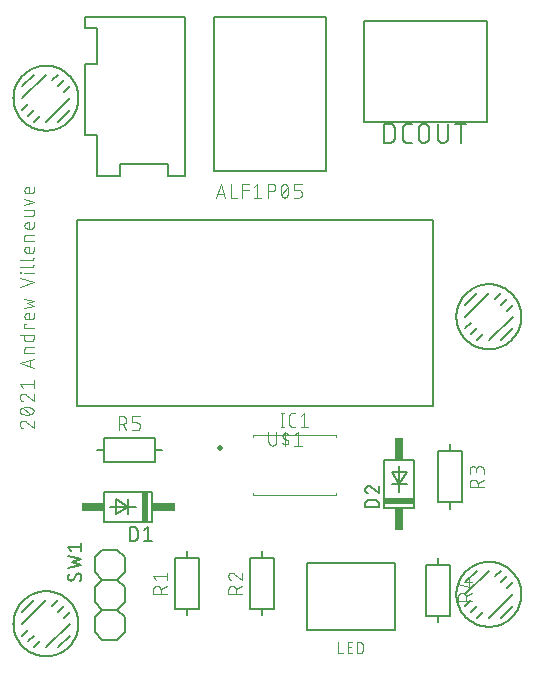
<source format=gbr>
G04 EAGLE Gerber RS-274X export*
G75*
%MOMM*%
%FSLAX34Y34*%
%LPD*%
%INSilkscreen Top*%
%IPPOS*%
%AMOC8*
5,1,8,0,0,1.08239X$1,22.5*%
G01*
%ADD10C,0.101600*%
%ADD11C,0.152400*%
%ADD12R,0.508000X2.540000*%
%ADD13R,1.905000X0.762000*%
%ADD14C,0.127000*%
%ADD15R,2.540000X0.508000*%
%ADD16R,0.762000X1.905000*%
%ADD17C,0.076200*%
%ADD18C,0.500000*%
%ADD19C,0.120000*%


D10*
X15729Y206999D02*
X15622Y206997D01*
X15516Y206991D01*
X15410Y206981D01*
X15304Y206968D01*
X15198Y206950D01*
X15094Y206929D01*
X14990Y206904D01*
X14887Y206875D01*
X14786Y206843D01*
X14686Y206806D01*
X14587Y206766D01*
X14489Y206723D01*
X14393Y206676D01*
X14299Y206625D01*
X14207Y206571D01*
X14117Y206514D01*
X14029Y206454D01*
X13944Y206390D01*
X13861Y206323D01*
X13780Y206253D01*
X13702Y206181D01*
X13626Y206105D01*
X13554Y206027D01*
X13484Y205946D01*
X13417Y205863D01*
X13353Y205778D01*
X13293Y205690D01*
X13236Y205600D01*
X13182Y205508D01*
X13131Y205414D01*
X13084Y205318D01*
X13041Y205220D01*
X13001Y205121D01*
X12964Y205021D01*
X12932Y204920D01*
X12903Y204817D01*
X12878Y204713D01*
X12857Y204609D01*
X12839Y204503D01*
X12826Y204397D01*
X12816Y204291D01*
X12810Y204185D01*
X12808Y204078D01*
X12810Y203957D01*
X12816Y203836D01*
X12826Y203716D01*
X12839Y203595D01*
X12857Y203476D01*
X12878Y203356D01*
X12903Y203238D01*
X12932Y203121D01*
X12965Y203004D01*
X13001Y202889D01*
X13042Y202775D01*
X13085Y202662D01*
X13133Y202550D01*
X13184Y202441D01*
X13239Y202333D01*
X13297Y202226D01*
X13358Y202122D01*
X13423Y202020D01*
X13491Y201920D01*
X13562Y201822D01*
X13636Y201726D01*
X13713Y201633D01*
X13794Y201543D01*
X13877Y201455D01*
X13963Y201370D01*
X14052Y201287D01*
X14143Y201208D01*
X14237Y201131D01*
X14333Y201058D01*
X14431Y200988D01*
X14532Y200921D01*
X14635Y200857D01*
X14740Y200797D01*
X14847Y200739D01*
X14955Y200686D01*
X15065Y200636D01*
X15177Y200590D01*
X15290Y200547D01*
X15405Y200508D01*
X18001Y206025D02*
X17923Y206104D01*
X17843Y206180D01*
X17760Y206253D01*
X17674Y206323D01*
X17587Y206390D01*
X17496Y206454D01*
X17404Y206514D01*
X17310Y206572D01*
X17213Y206626D01*
X17115Y206676D01*
X17015Y206723D01*
X16914Y206767D01*
X16811Y206807D01*
X16706Y206843D01*
X16601Y206875D01*
X16494Y206904D01*
X16387Y206929D01*
X16278Y206951D01*
X16169Y206968D01*
X16060Y206982D01*
X15950Y206991D01*
X15839Y206997D01*
X15729Y206999D01*
X18001Y206025D02*
X24492Y200508D01*
X24492Y206999D01*
X18650Y211938D02*
X18420Y211941D01*
X18190Y211949D01*
X17961Y211963D01*
X17732Y211982D01*
X17503Y212007D01*
X17275Y212037D01*
X17048Y212072D01*
X16822Y212113D01*
X16597Y212159D01*
X16373Y212211D01*
X16150Y212268D01*
X15929Y212330D01*
X15709Y212398D01*
X15491Y212471D01*
X15275Y212549D01*
X15061Y212632D01*
X14849Y212720D01*
X14638Y212813D01*
X14431Y212912D01*
X14341Y212945D01*
X14252Y212981D01*
X14164Y213021D01*
X14079Y213065D01*
X13995Y213112D01*
X13913Y213162D01*
X13833Y213216D01*
X13756Y213272D01*
X13680Y213332D01*
X13607Y213395D01*
X13537Y213460D01*
X13469Y213529D01*
X13405Y213600D01*
X13343Y213673D01*
X13284Y213749D01*
X13228Y213827D01*
X13175Y213908D01*
X13126Y213990D01*
X13080Y214074D01*
X13037Y214161D01*
X12998Y214248D01*
X12962Y214338D01*
X12930Y214428D01*
X12902Y214520D01*
X12877Y214613D01*
X12856Y214707D01*
X12839Y214801D01*
X12825Y214896D01*
X12816Y214992D01*
X12810Y215088D01*
X12808Y215184D01*
X12810Y215280D01*
X12816Y215376D01*
X12825Y215472D01*
X12839Y215567D01*
X12856Y215661D01*
X12877Y215755D01*
X12902Y215848D01*
X12930Y215940D01*
X12962Y216030D01*
X12998Y216120D01*
X13037Y216208D01*
X13080Y216294D01*
X13126Y216378D01*
X13175Y216460D01*
X13228Y216541D01*
X13284Y216619D01*
X13343Y216695D01*
X13405Y216768D01*
X13469Y216839D01*
X13537Y216908D01*
X13607Y216973D01*
X13680Y217036D01*
X13756Y217096D01*
X13833Y217152D01*
X13913Y217206D01*
X13995Y217256D01*
X14079Y217303D01*
X14164Y217347D01*
X14252Y217387D01*
X14341Y217423D01*
X14431Y217456D01*
X14431Y217455D02*
X14638Y217554D01*
X14849Y217647D01*
X15061Y217735D01*
X15275Y217818D01*
X15491Y217896D01*
X15709Y217969D01*
X15929Y218037D01*
X16150Y218099D01*
X16373Y218156D01*
X16597Y218208D01*
X16822Y218254D01*
X17048Y218295D01*
X17275Y218330D01*
X17503Y218360D01*
X17732Y218385D01*
X17961Y218404D01*
X18190Y218418D01*
X18420Y218426D01*
X18650Y218429D01*
X18650Y211938D02*
X18880Y211941D01*
X19110Y211949D01*
X19339Y211963D01*
X19568Y211982D01*
X19797Y212007D01*
X20025Y212037D01*
X20252Y212072D01*
X20478Y212113D01*
X20703Y212159D01*
X20927Y212211D01*
X21150Y212268D01*
X21371Y212330D01*
X21591Y212398D01*
X21809Y212471D01*
X22025Y212549D01*
X22239Y212632D01*
X22451Y212720D01*
X22662Y212813D01*
X22869Y212912D01*
X22959Y212945D01*
X23048Y212981D01*
X23136Y213022D01*
X23221Y213065D01*
X23305Y213112D01*
X23387Y213162D01*
X23467Y213216D01*
X23544Y213272D01*
X23620Y213332D01*
X23693Y213395D01*
X23763Y213460D01*
X23831Y213529D01*
X23895Y213600D01*
X23957Y213673D01*
X24016Y213749D01*
X24072Y213827D01*
X24125Y213908D01*
X24174Y213990D01*
X24220Y214074D01*
X24263Y214161D01*
X24302Y214248D01*
X24338Y214338D01*
X24370Y214428D01*
X24398Y214520D01*
X24423Y214613D01*
X24444Y214707D01*
X24461Y214801D01*
X24475Y214896D01*
X24484Y214992D01*
X24490Y215088D01*
X24492Y215184D01*
X22869Y217455D02*
X22662Y217554D01*
X22451Y217647D01*
X22239Y217735D01*
X22025Y217818D01*
X21809Y217896D01*
X21591Y217969D01*
X21371Y218037D01*
X21150Y218099D01*
X20927Y218156D01*
X20703Y218208D01*
X20478Y218254D01*
X20252Y218295D01*
X20025Y218330D01*
X19797Y218360D01*
X19568Y218385D01*
X19339Y218404D01*
X19110Y218418D01*
X18880Y218426D01*
X18650Y218429D01*
X22869Y217456D02*
X22959Y217423D01*
X23048Y217387D01*
X23136Y217347D01*
X23221Y217303D01*
X23305Y217256D01*
X23387Y217206D01*
X23467Y217152D01*
X23544Y217096D01*
X23620Y217036D01*
X23693Y216973D01*
X23763Y216908D01*
X23831Y216839D01*
X23895Y216768D01*
X23957Y216695D01*
X24016Y216619D01*
X24072Y216541D01*
X24125Y216460D01*
X24174Y216378D01*
X24220Y216294D01*
X24263Y216207D01*
X24302Y216120D01*
X24338Y216030D01*
X24370Y215940D01*
X24398Y215848D01*
X24423Y215755D01*
X24444Y215661D01*
X24461Y215567D01*
X24475Y215472D01*
X24484Y215376D01*
X24490Y215280D01*
X24492Y215184D01*
X21896Y212587D02*
X15404Y217780D01*
X12808Y226938D02*
X12810Y227045D01*
X12816Y227151D01*
X12826Y227257D01*
X12839Y227363D01*
X12857Y227469D01*
X12878Y227573D01*
X12903Y227677D01*
X12932Y227780D01*
X12964Y227881D01*
X13001Y227981D01*
X13041Y228080D01*
X13084Y228178D01*
X13131Y228274D01*
X13182Y228368D01*
X13236Y228460D01*
X13293Y228550D01*
X13353Y228638D01*
X13417Y228723D01*
X13484Y228806D01*
X13554Y228887D01*
X13626Y228965D01*
X13702Y229041D01*
X13780Y229113D01*
X13861Y229183D01*
X13944Y229250D01*
X14029Y229314D01*
X14117Y229374D01*
X14207Y229431D01*
X14299Y229485D01*
X14393Y229536D01*
X14489Y229583D01*
X14587Y229626D01*
X14686Y229666D01*
X14786Y229703D01*
X14887Y229735D01*
X14990Y229764D01*
X15094Y229789D01*
X15198Y229810D01*
X15304Y229828D01*
X15410Y229841D01*
X15516Y229851D01*
X15622Y229857D01*
X15729Y229859D01*
X12808Y226938D02*
X12810Y226817D01*
X12816Y226696D01*
X12826Y226576D01*
X12839Y226455D01*
X12857Y226336D01*
X12878Y226216D01*
X12903Y226098D01*
X12932Y225981D01*
X12965Y225864D01*
X13001Y225749D01*
X13042Y225635D01*
X13085Y225522D01*
X13133Y225410D01*
X13184Y225301D01*
X13239Y225193D01*
X13297Y225086D01*
X13358Y224982D01*
X13423Y224880D01*
X13491Y224780D01*
X13562Y224682D01*
X13636Y224586D01*
X13713Y224493D01*
X13794Y224403D01*
X13877Y224315D01*
X13963Y224230D01*
X14052Y224147D01*
X14143Y224068D01*
X14237Y223991D01*
X14333Y223918D01*
X14431Y223848D01*
X14532Y223781D01*
X14635Y223717D01*
X14740Y223657D01*
X14847Y223599D01*
X14955Y223546D01*
X15065Y223496D01*
X15177Y223450D01*
X15290Y223407D01*
X15405Y223368D01*
X18001Y228885D02*
X17923Y228964D01*
X17843Y229040D01*
X17760Y229113D01*
X17674Y229183D01*
X17587Y229250D01*
X17496Y229314D01*
X17404Y229374D01*
X17310Y229432D01*
X17213Y229486D01*
X17115Y229536D01*
X17015Y229583D01*
X16914Y229627D01*
X16811Y229667D01*
X16706Y229703D01*
X16601Y229735D01*
X16494Y229764D01*
X16387Y229789D01*
X16278Y229811D01*
X16169Y229828D01*
X16060Y229842D01*
X15950Y229851D01*
X15839Y229857D01*
X15729Y229859D01*
X18001Y228885D02*
X24492Y223368D01*
X24492Y229859D01*
X15404Y234798D02*
X12808Y238043D01*
X24492Y238043D01*
X24492Y234798D02*
X24492Y241289D01*
X24492Y251675D02*
X12808Y255569D01*
X24492Y259464D01*
X21571Y258490D02*
X21571Y252648D01*
X24492Y264022D02*
X16703Y264022D01*
X16703Y267268D01*
X16705Y267355D01*
X16711Y267443D01*
X16721Y267529D01*
X16734Y267616D01*
X16752Y267701D01*
X16773Y267786D01*
X16798Y267870D01*
X16827Y267952D01*
X16860Y268033D01*
X16896Y268113D01*
X16935Y268191D01*
X16979Y268267D01*
X17025Y268341D01*
X17075Y268412D01*
X17128Y268482D01*
X17184Y268549D01*
X17243Y268613D01*
X17304Y268675D01*
X17369Y268734D01*
X17436Y268790D01*
X17506Y268843D01*
X17577Y268893D01*
X17651Y268939D01*
X17727Y268983D01*
X17805Y269022D01*
X17885Y269058D01*
X17966Y269091D01*
X18048Y269120D01*
X18132Y269145D01*
X18217Y269166D01*
X18302Y269184D01*
X18389Y269197D01*
X18475Y269207D01*
X18563Y269213D01*
X18650Y269215D01*
X24492Y269215D01*
X24492Y279443D02*
X12808Y279443D01*
X24492Y279443D02*
X24492Y276197D01*
X24490Y276110D01*
X24484Y276022D01*
X24474Y275936D01*
X24461Y275849D01*
X24443Y275764D01*
X24422Y275679D01*
X24397Y275595D01*
X24368Y275513D01*
X24335Y275432D01*
X24299Y275352D01*
X24260Y275274D01*
X24216Y275198D01*
X24170Y275124D01*
X24120Y275053D01*
X24067Y274983D01*
X24011Y274916D01*
X23952Y274852D01*
X23890Y274790D01*
X23826Y274731D01*
X23759Y274675D01*
X23689Y274622D01*
X23618Y274572D01*
X23544Y274526D01*
X23468Y274482D01*
X23390Y274443D01*
X23310Y274407D01*
X23229Y274374D01*
X23147Y274345D01*
X23063Y274320D01*
X22978Y274299D01*
X22893Y274281D01*
X22806Y274268D01*
X22720Y274258D01*
X22632Y274252D01*
X22545Y274250D01*
X18650Y274250D01*
X18563Y274252D01*
X18475Y274258D01*
X18389Y274268D01*
X18302Y274281D01*
X18217Y274299D01*
X18132Y274320D01*
X18048Y274345D01*
X17966Y274374D01*
X17885Y274407D01*
X17805Y274443D01*
X17727Y274482D01*
X17651Y274526D01*
X17577Y274572D01*
X17506Y274622D01*
X17436Y274675D01*
X17369Y274731D01*
X17305Y274790D01*
X17243Y274852D01*
X17184Y274916D01*
X17128Y274983D01*
X17075Y275053D01*
X17025Y275124D01*
X16979Y275198D01*
X16935Y275274D01*
X16896Y275352D01*
X16860Y275432D01*
X16827Y275513D01*
X16798Y275595D01*
X16773Y275679D01*
X16752Y275764D01*
X16734Y275849D01*
X16721Y275936D01*
X16711Y276022D01*
X16705Y276110D01*
X16703Y276197D01*
X16703Y279443D01*
X16703Y285043D02*
X24492Y285043D01*
X16703Y285043D02*
X16703Y288938D01*
X18001Y288938D01*
X24492Y294544D02*
X24492Y297790D01*
X24492Y294544D02*
X24490Y294457D01*
X24484Y294369D01*
X24474Y294283D01*
X24461Y294196D01*
X24443Y294111D01*
X24422Y294026D01*
X24397Y293942D01*
X24368Y293860D01*
X24335Y293779D01*
X24299Y293699D01*
X24260Y293621D01*
X24216Y293545D01*
X24170Y293471D01*
X24120Y293400D01*
X24067Y293330D01*
X24011Y293263D01*
X23952Y293199D01*
X23890Y293137D01*
X23826Y293078D01*
X23759Y293022D01*
X23689Y292969D01*
X23618Y292919D01*
X23544Y292873D01*
X23468Y292829D01*
X23390Y292790D01*
X23310Y292754D01*
X23229Y292721D01*
X23147Y292692D01*
X23063Y292667D01*
X22978Y292646D01*
X22893Y292628D01*
X22806Y292615D01*
X22720Y292605D01*
X22632Y292599D01*
X22545Y292597D01*
X19299Y292597D01*
X19198Y292599D01*
X19098Y292605D01*
X18998Y292615D01*
X18898Y292628D01*
X18799Y292646D01*
X18700Y292667D01*
X18603Y292692D01*
X18506Y292721D01*
X18411Y292754D01*
X18317Y292790D01*
X18225Y292830D01*
X18134Y292873D01*
X18045Y292920D01*
X17958Y292970D01*
X17872Y293024D01*
X17789Y293081D01*
X17709Y293141D01*
X17630Y293204D01*
X17554Y293271D01*
X17481Y293340D01*
X17411Y293412D01*
X17343Y293486D01*
X17278Y293563D01*
X17217Y293643D01*
X17158Y293725D01*
X17103Y293809D01*
X17051Y293895D01*
X17002Y293983D01*
X16957Y294073D01*
X16915Y294165D01*
X16877Y294258D01*
X16843Y294353D01*
X16812Y294448D01*
X16785Y294545D01*
X16762Y294643D01*
X16742Y294742D01*
X16727Y294842D01*
X16715Y294942D01*
X16707Y295042D01*
X16703Y295143D01*
X16703Y295243D01*
X16707Y295344D01*
X16715Y295444D01*
X16727Y295544D01*
X16742Y295644D01*
X16762Y295743D01*
X16785Y295841D01*
X16812Y295938D01*
X16843Y296033D01*
X16877Y296128D01*
X16915Y296221D01*
X16957Y296313D01*
X17002Y296403D01*
X17051Y296491D01*
X17103Y296577D01*
X17158Y296661D01*
X17217Y296743D01*
X17278Y296823D01*
X17343Y296900D01*
X17411Y296974D01*
X17481Y297046D01*
X17554Y297115D01*
X17630Y297182D01*
X17709Y297245D01*
X17789Y297305D01*
X17872Y297362D01*
X17958Y297416D01*
X18045Y297466D01*
X18134Y297513D01*
X18225Y297556D01*
X18317Y297596D01*
X18411Y297632D01*
X18506Y297665D01*
X18603Y297694D01*
X18700Y297719D01*
X18799Y297740D01*
X18898Y297758D01*
X18998Y297771D01*
X19098Y297781D01*
X19198Y297787D01*
X19299Y297789D01*
X19299Y297790D02*
X20597Y297790D01*
X20597Y292597D01*
X16703Y302348D02*
X24492Y304295D01*
X19299Y306242D01*
X24492Y308190D01*
X16703Y310137D01*
X12808Y320255D02*
X24492Y324149D01*
X12808Y328044D01*
X16703Y332150D02*
X24492Y332150D01*
X13457Y331826D02*
X12808Y331826D01*
X12808Y332475D01*
X13457Y332475D01*
X13457Y331826D01*
X12808Y336943D02*
X22545Y336943D01*
X22632Y336945D01*
X22720Y336951D01*
X22806Y336961D01*
X22893Y336974D01*
X22978Y336992D01*
X23063Y337013D01*
X23147Y337038D01*
X23229Y337067D01*
X23310Y337100D01*
X23390Y337136D01*
X23468Y337175D01*
X23544Y337219D01*
X23618Y337265D01*
X23689Y337315D01*
X23759Y337368D01*
X23826Y337424D01*
X23890Y337483D01*
X23952Y337545D01*
X24011Y337609D01*
X24067Y337676D01*
X24120Y337746D01*
X24170Y337817D01*
X24216Y337891D01*
X24260Y337967D01*
X24299Y338045D01*
X24335Y338125D01*
X24368Y338206D01*
X24397Y338288D01*
X24422Y338372D01*
X24443Y338457D01*
X24461Y338542D01*
X24474Y338629D01*
X24484Y338715D01*
X24490Y338803D01*
X24492Y338890D01*
X22545Y343038D02*
X12808Y343038D01*
X22545Y343039D02*
X22632Y343041D01*
X22720Y343047D01*
X22806Y343057D01*
X22893Y343070D01*
X22978Y343088D01*
X23063Y343109D01*
X23147Y343134D01*
X23229Y343163D01*
X23310Y343196D01*
X23390Y343232D01*
X23468Y343271D01*
X23544Y343315D01*
X23618Y343361D01*
X23689Y343411D01*
X23759Y343464D01*
X23826Y343520D01*
X23890Y343579D01*
X23952Y343641D01*
X24011Y343705D01*
X24067Y343772D01*
X24120Y343842D01*
X24170Y343913D01*
X24216Y343987D01*
X24260Y344063D01*
X24299Y344141D01*
X24335Y344221D01*
X24368Y344302D01*
X24397Y344384D01*
X24422Y344468D01*
X24443Y344553D01*
X24461Y344638D01*
X24474Y344725D01*
X24484Y344811D01*
X24490Y344899D01*
X24492Y344986D01*
X24492Y350932D02*
X24492Y354178D01*
X24492Y350932D02*
X24490Y350845D01*
X24484Y350757D01*
X24474Y350671D01*
X24461Y350584D01*
X24443Y350499D01*
X24422Y350414D01*
X24397Y350330D01*
X24368Y350248D01*
X24335Y350167D01*
X24299Y350087D01*
X24260Y350009D01*
X24216Y349933D01*
X24170Y349859D01*
X24120Y349788D01*
X24067Y349718D01*
X24011Y349651D01*
X23952Y349587D01*
X23890Y349525D01*
X23826Y349466D01*
X23759Y349410D01*
X23689Y349357D01*
X23618Y349307D01*
X23544Y349261D01*
X23468Y349217D01*
X23390Y349178D01*
X23310Y349142D01*
X23229Y349109D01*
X23147Y349080D01*
X23063Y349055D01*
X22978Y349034D01*
X22893Y349016D01*
X22806Y349003D01*
X22720Y348993D01*
X22632Y348987D01*
X22545Y348985D01*
X19299Y348985D01*
X19198Y348987D01*
X19098Y348993D01*
X18998Y349003D01*
X18898Y349016D01*
X18799Y349034D01*
X18700Y349055D01*
X18603Y349080D01*
X18506Y349109D01*
X18411Y349142D01*
X18317Y349178D01*
X18225Y349218D01*
X18134Y349261D01*
X18045Y349308D01*
X17958Y349358D01*
X17872Y349412D01*
X17789Y349469D01*
X17709Y349529D01*
X17630Y349592D01*
X17554Y349659D01*
X17481Y349728D01*
X17411Y349800D01*
X17343Y349874D01*
X17278Y349951D01*
X17217Y350031D01*
X17158Y350113D01*
X17103Y350197D01*
X17051Y350283D01*
X17002Y350371D01*
X16957Y350461D01*
X16915Y350553D01*
X16877Y350646D01*
X16843Y350741D01*
X16812Y350836D01*
X16785Y350933D01*
X16762Y351031D01*
X16742Y351130D01*
X16727Y351230D01*
X16715Y351330D01*
X16707Y351430D01*
X16703Y351531D01*
X16703Y351631D01*
X16707Y351732D01*
X16715Y351832D01*
X16727Y351932D01*
X16742Y352032D01*
X16762Y352131D01*
X16785Y352229D01*
X16812Y352326D01*
X16843Y352421D01*
X16877Y352516D01*
X16915Y352609D01*
X16957Y352701D01*
X17002Y352791D01*
X17051Y352879D01*
X17103Y352965D01*
X17158Y353049D01*
X17217Y353131D01*
X17278Y353211D01*
X17343Y353288D01*
X17411Y353362D01*
X17481Y353434D01*
X17554Y353503D01*
X17630Y353570D01*
X17709Y353633D01*
X17789Y353693D01*
X17872Y353750D01*
X17958Y353804D01*
X18045Y353854D01*
X18134Y353901D01*
X18225Y353944D01*
X18317Y353984D01*
X18411Y354020D01*
X18506Y354053D01*
X18603Y354082D01*
X18700Y354107D01*
X18799Y354128D01*
X18898Y354146D01*
X18998Y354159D01*
X19098Y354169D01*
X19198Y354175D01*
X19299Y354177D01*
X19299Y354178D02*
X20597Y354178D01*
X20597Y348985D01*
X24492Y359272D02*
X16703Y359272D01*
X16703Y362517D01*
X16705Y362604D01*
X16711Y362692D01*
X16721Y362778D01*
X16734Y362865D01*
X16752Y362950D01*
X16773Y363035D01*
X16798Y363119D01*
X16827Y363201D01*
X16860Y363282D01*
X16896Y363362D01*
X16935Y363440D01*
X16979Y363516D01*
X17025Y363590D01*
X17075Y363661D01*
X17128Y363731D01*
X17184Y363798D01*
X17243Y363862D01*
X17304Y363924D01*
X17369Y363983D01*
X17436Y364039D01*
X17506Y364092D01*
X17577Y364142D01*
X17651Y364188D01*
X17727Y364232D01*
X17805Y364271D01*
X17885Y364307D01*
X17966Y364340D01*
X18048Y364369D01*
X18132Y364394D01*
X18217Y364415D01*
X18302Y364433D01*
X18389Y364446D01*
X18475Y364456D01*
X18563Y364462D01*
X18650Y364464D01*
X18650Y364465D02*
X24492Y364465D01*
X24492Y371506D02*
X24492Y374752D01*
X24492Y371506D02*
X24490Y371419D01*
X24484Y371331D01*
X24474Y371245D01*
X24461Y371158D01*
X24443Y371073D01*
X24422Y370988D01*
X24397Y370904D01*
X24368Y370822D01*
X24335Y370741D01*
X24299Y370661D01*
X24260Y370583D01*
X24216Y370507D01*
X24170Y370433D01*
X24120Y370362D01*
X24067Y370292D01*
X24011Y370225D01*
X23952Y370161D01*
X23890Y370099D01*
X23826Y370040D01*
X23759Y369984D01*
X23689Y369931D01*
X23618Y369881D01*
X23544Y369835D01*
X23468Y369791D01*
X23390Y369752D01*
X23310Y369716D01*
X23229Y369683D01*
X23147Y369654D01*
X23063Y369629D01*
X22978Y369608D01*
X22893Y369590D01*
X22806Y369577D01*
X22720Y369567D01*
X22632Y369561D01*
X22545Y369559D01*
X19299Y369559D01*
X19198Y369561D01*
X19098Y369567D01*
X18998Y369577D01*
X18898Y369590D01*
X18799Y369608D01*
X18700Y369629D01*
X18603Y369654D01*
X18506Y369683D01*
X18411Y369716D01*
X18317Y369752D01*
X18225Y369792D01*
X18134Y369835D01*
X18045Y369882D01*
X17958Y369932D01*
X17872Y369986D01*
X17789Y370043D01*
X17709Y370103D01*
X17630Y370166D01*
X17554Y370233D01*
X17481Y370302D01*
X17411Y370374D01*
X17343Y370448D01*
X17278Y370525D01*
X17217Y370605D01*
X17158Y370687D01*
X17103Y370771D01*
X17051Y370857D01*
X17002Y370945D01*
X16957Y371035D01*
X16915Y371127D01*
X16877Y371220D01*
X16843Y371315D01*
X16812Y371410D01*
X16785Y371507D01*
X16762Y371605D01*
X16742Y371704D01*
X16727Y371804D01*
X16715Y371904D01*
X16707Y372004D01*
X16703Y372105D01*
X16703Y372205D01*
X16707Y372306D01*
X16715Y372406D01*
X16727Y372506D01*
X16742Y372606D01*
X16762Y372705D01*
X16785Y372803D01*
X16812Y372900D01*
X16843Y372995D01*
X16877Y373090D01*
X16915Y373183D01*
X16957Y373275D01*
X17002Y373365D01*
X17051Y373453D01*
X17103Y373539D01*
X17158Y373623D01*
X17217Y373705D01*
X17278Y373785D01*
X17343Y373862D01*
X17411Y373936D01*
X17481Y374008D01*
X17554Y374077D01*
X17630Y374144D01*
X17709Y374207D01*
X17789Y374267D01*
X17872Y374324D01*
X17958Y374378D01*
X18045Y374428D01*
X18134Y374475D01*
X18225Y374518D01*
X18317Y374558D01*
X18411Y374594D01*
X18506Y374627D01*
X18603Y374656D01*
X18700Y374681D01*
X18799Y374702D01*
X18898Y374720D01*
X18998Y374733D01*
X19098Y374743D01*
X19198Y374749D01*
X19299Y374751D01*
X19299Y374752D02*
X20597Y374752D01*
X20597Y369559D01*
X22545Y379846D02*
X16703Y379846D01*
X22545Y379846D02*
X22632Y379848D01*
X22720Y379854D01*
X22806Y379864D01*
X22893Y379877D01*
X22978Y379895D01*
X23063Y379916D01*
X23147Y379941D01*
X23229Y379970D01*
X23310Y380003D01*
X23390Y380039D01*
X23468Y380078D01*
X23544Y380122D01*
X23618Y380168D01*
X23689Y380218D01*
X23759Y380271D01*
X23826Y380327D01*
X23890Y380386D01*
X23952Y380448D01*
X24011Y380512D01*
X24067Y380579D01*
X24120Y380649D01*
X24170Y380720D01*
X24216Y380794D01*
X24260Y380870D01*
X24299Y380948D01*
X24335Y381028D01*
X24368Y381109D01*
X24397Y381191D01*
X24422Y381275D01*
X24443Y381360D01*
X24461Y381445D01*
X24474Y381532D01*
X24484Y381618D01*
X24490Y381706D01*
X24492Y381793D01*
X24492Y385039D01*
X16703Y385039D01*
X16703Y389752D02*
X24492Y392348D01*
X16703Y394945D01*
X24492Y401224D02*
X24492Y404470D01*
X24492Y401224D02*
X24490Y401137D01*
X24484Y401049D01*
X24474Y400963D01*
X24461Y400876D01*
X24443Y400791D01*
X24422Y400706D01*
X24397Y400622D01*
X24368Y400540D01*
X24335Y400459D01*
X24299Y400379D01*
X24260Y400301D01*
X24216Y400225D01*
X24170Y400151D01*
X24120Y400080D01*
X24067Y400010D01*
X24011Y399943D01*
X23952Y399879D01*
X23890Y399817D01*
X23826Y399758D01*
X23759Y399702D01*
X23689Y399649D01*
X23618Y399599D01*
X23544Y399553D01*
X23468Y399509D01*
X23390Y399470D01*
X23310Y399434D01*
X23229Y399401D01*
X23147Y399372D01*
X23063Y399347D01*
X22978Y399326D01*
X22893Y399308D01*
X22806Y399295D01*
X22720Y399285D01*
X22632Y399279D01*
X22545Y399277D01*
X19299Y399277D01*
X19198Y399279D01*
X19098Y399285D01*
X18998Y399295D01*
X18898Y399308D01*
X18799Y399326D01*
X18700Y399347D01*
X18603Y399372D01*
X18506Y399401D01*
X18411Y399434D01*
X18317Y399470D01*
X18225Y399510D01*
X18134Y399553D01*
X18045Y399600D01*
X17958Y399650D01*
X17872Y399704D01*
X17789Y399761D01*
X17709Y399821D01*
X17630Y399884D01*
X17554Y399951D01*
X17481Y400020D01*
X17411Y400092D01*
X17343Y400166D01*
X17278Y400243D01*
X17217Y400323D01*
X17158Y400405D01*
X17103Y400489D01*
X17051Y400575D01*
X17002Y400663D01*
X16957Y400753D01*
X16915Y400845D01*
X16877Y400938D01*
X16843Y401033D01*
X16812Y401128D01*
X16785Y401225D01*
X16762Y401323D01*
X16742Y401422D01*
X16727Y401522D01*
X16715Y401622D01*
X16707Y401722D01*
X16703Y401823D01*
X16703Y401923D01*
X16707Y402024D01*
X16715Y402124D01*
X16727Y402224D01*
X16742Y402324D01*
X16762Y402423D01*
X16785Y402521D01*
X16812Y402618D01*
X16843Y402713D01*
X16877Y402808D01*
X16915Y402901D01*
X16957Y402993D01*
X17002Y403083D01*
X17051Y403171D01*
X17103Y403257D01*
X17158Y403341D01*
X17217Y403423D01*
X17278Y403503D01*
X17343Y403580D01*
X17411Y403654D01*
X17481Y403726D01*
X17554Y403795D01*
X17630Y403862D01*
X17709Y403925D01*
X17789Y403985D01*
X17872Y404042D01*
X17958Y404096D01*
X18045Y404146D01*
X18134Y404193D01*
X18225Y404236D01*
X18317Y404276D01*
X18411Y404312D01*
X18506Y404345D01*
X18603Y404374D01*
X18700Y404399D01*
X18799Y404420D01*
X18898Y404438D01*
X18998Y404451D01*
X19098Y404461D01*
X19198Y404467D01*
X19299Y404469D01*
X19299Y404470D02*
X20597Y404470D01*
X20597Y399277D01*
D11*
X84480Y146600D02*
X125120Y146600D01*
X84480Y146600D02*
X84480Y121200D01*
X125120Y121200D01*
X125120Y146600D01*
X111150Y133900D02*
X104800Y133900D01*
X94640Y127550D02*
X94640Y140250D01*
X104800Y133900D01*
X89560Y133900D01*
X94640Y127550D02*
X104800Y133900D01*
X104800Y127550D01*
X104800Y133900D02*
X104800Y140250D01*
D12*
X118770Y133900D03*
D13*
X74955Y133900D03*
X134645Y133900D03*
D14*
X106324Y116755D02*
X106324Y105325D01*
X106324Y116755D02*
X109499Y116755D01*
X109610Y116753D01*
X109720Y116747D01*
X109831Y116738D01*
X109941Y116724D01*
X110050Y116707D01*
X110159Y116686D01*
X110267Y116661D01*
X110374Y116632D01*
X110480Y116600D01*
X110585Y116564D01*
X110688Y116524D01*
X110790Y116481D01*
X110891Y116434D01*
X110990Y116383D01*
X111087Y116330D01*
X111181Y116273D01*
X111274Y116212D01*
X111365Y116149D01*
X111454Y116082D01*
X111540Y116012D01*
X111623Y115939D01*
X111705Y115864D01*
X111783Y115786D01*
X111858Y115704D01*
X111931Y115621D01*
X112001Y115535D01*
X112068Y115446D01*
X112131Y115355D01*
X112192Y115262D01*
X112249Y115168D01*
X112302Y115071D01*
X112353Y114972D01*
X112400Y114871D01*
X112443Y114769D01*
X112483Y114666D01*
X112519Y114561D01*
X112551Y114455D01*
X112580Y114348D01*
X112605Y114240D01*
X112626Y114131D01*
X112643Y114022D01*
X112657Y113912D01*
X112666Y113801D01*
X112672Y113691D01*
X112674Y113580D01*
X112674Y108500D01*
X112672Y108389D01*
X112666Y108279D01*
X112657Y108168D01*
X112643Y108058D01*
X112626Y107949D01*
X112605Y107840D01*
X112580Y107732D01*
X112551Y107625D01*
X112519Y107519D01*
X112483Y107414D01*
X112443Y107311D01*
X112400Y107209D01*
X112353Y107108D01*
X112302Y107009D01*
X112249Y106912D01*
X112192Y106818D01*
X112131Y106725D01*
X112068Y106634D01*
X112001Y106545D01*
X111931Y106459D01*
X111858Y106376D01*
X111783Y106294D01*
X111705Y106216D01*
X111623Y106141D01*
X111540Y106068D01*
X111454Y105998D01*
X111365Y105931D01*
X111274Y105868D01*
X111181Y105807D01*
X111086Y105750D01*
X110990Y105697D01*
X110891Y105646D01*
X110790Y105599D01*
X110688Y105556D01*
X110585Y105516D01*
X110480Y105480D01*
X110374Y105448D01*
X110267Y105419D01*
X110159Y105394D01*
X110050Y105373D01*
X109941Y105356D01*
X109831Y105342D01*
X109720Y105333D01*
X109610Y105327D01*
X109499Y105325D01*
X106324Y105325D01*
X118135Y114215D02*
X121310Y116755D01*
X121310Y105325D01*
X118135Y105325D02*
X124485Y105325D01*
D11*
X346600Y132880D02*
X346600Y173520D01*
X321200Y173520D01*
X321200Y132880D01*
X346600Y132880D01*
X333900Y146850D02*
X333900Y153200D01*
X327550Y163360D02*
X340250Y163360D01*
X333900Y153200D01*
X333900Y168440D01*
X327550Y163360D02*
X333900Y153200D01*
X327550Y153200D01*
X333900Y153200D02*
X340250Y153200D01*
D15*
X333900Y139230D03*
D16*
X333900Y183045D03*
X333900Y123355D03*
D14*
X316755Y133515D02*
X305325Y133515D01*
X305325Y136690D01*
X305327Y136801D01*
X305333Y136911D01*
X305342Y137022D01*
X305356Y137132D01*
X305373Y137241D01*
X305394Y137350D01*
X305419Y137458D01*
X305448Y137565D01*
X305480Y137671D01*
X305516Y137776D01*
X305556Y137879D01*
X305599Y137981D01*
X305646Y138082D01*
X305697Y138181D01*
X305750Y138278D01*
X305807Y138372D01*
X305868Y138465D01*
X305931Y138556D01*
X305998Y138645D01*
X306068Y138731D01*
X306141Y138814D01*
X306216Y138896D01*
X306294Y138974D01*
X306376Y139049D01*
X306459Y139122D01*
X306545Y139192D01*
X306634Y139259D01*
X306725Y139322D01*
X306818Y139383D01*
X306913Y139440D01*
X307009Y139493D01*
X307108Y139544D01*
X307209Y139591D01*
X307311Y139634D01*
X307414Y139674D01*
X307519Y139710D01*
X307625Y139742D01*
X307732Y139771D01*
X307840Y139796D01*
X307949Y139817D01*
X308058Y139834D01*
X308168Y139848D01*
X308279Y139857D01*
X308389Y139863D01*
X308500Y139865D01*
X313580Y139865D01*
X313691Y139863D01*
X313801Y139857D01*
X313912Y139848D01*
X314022Y139834D01*
X314131Y139817D01*
X314240Y139796D01*
X314348Y139771D01*
X314455Y139742D01*
X314561Y139710D01*
X314666Y139674D01*
X314769Y139634D01*
X314871Y139591D01*
X314972Y139544D01*
X315071Y139493D01*
X315168Y139440D01*
X315262Y139383D01*
X315355Y139322D01*
X315446Y139259D01*
X315535Y139192D01*
X315621Y139122D01*
X315704Y139049D01*
X315786Y138974D01*
X315864Y138896D01*
X315939Y138814D01*
X316012Y138731D01*
X316082Y138645D01*
X316149Y138556D01*
X316212Y138465D01*
X316273Y138372D01*
X316330Y138278D01*
X316383Y138181D01*
X316434Y138082D01*
X316481Y137981D01*
X316524Y137879D01*
X316564Y137776D01*
X316600Y137671D01*
X316632Y137565D01*
X316661Y137458D01*
X316686Y137350D01*
X316707Y137241D01*
X316724Y137132D01*
X316738Y137022D01*
X316747Y136911D01*
X316753Y136801D01*
X316755Y136690D01*
X316755Y133515D01*
X305325Y148819D02*
X305327Y148923D01*
X305333Y149028D01*
X305342Y149132D01*
X305355Y149235D01*
X305373Y149338D01*
X305393Y149440D01*
X305418Y149542D01*
X305446Y149642D01*
X305478Y149742D01*
X305514Y149840D01*
X305553Y149937D01*
X305595Y150032D01*
X305641Y150126D01*
X305691Y150218D01*
X305743Y150308D01*
X305799Y150396D01*
X305859Y150482D01*
X305921Y150566D01*
X305986Y150647D01*
X306054Y150726D01*
X306126Y150803D01*
X306199Y150876D01*
X306276Y150948D01*
X306355Y151016D01*
X306436Y151081D01*
X306520Y151143D01*
X306606Y151203D01*
X306694Y151259D01*
X306784Y151311D01*
X306876Y151361D01*
X306970Y151407D01*
X307065Y151449D01*
X307162Y151488D01*
X307260Y151524D01*
X307360Y151556D01*
X307460Y151584D01*
X307562Y151609D01*
X307664Y151629D01*
X307767Y151647D01*
X307870Y151660D01*
X307974Y151669D01*
X308079Y151675D01*
X308183Y151677D01*
X305325Y148819D02*
X305327Y148701D01*
X305333Y148582D01*
X305342Y148464D01*
X305355Y148347D01*
X305373Y148230D01*
X305393Y148113D01*
X305418Y147997D01*
X305446Y147882D01*
X305479Y147769D01*
X305514Y147656D01*
X305554Y147544D01*
X305596Y147434D01*
X305643Y147325D01*
X305693Y147217D01*
X305746Y147112D01*
X305803Y147008D01*
X305863Y146906D01*
X305926Y146806D01*
X305993Y146708D01*
X306062Y146612D01*
X306135Y146519D01*
X306211Y146428D01*
X306289Y146339D01*
X306371Y146253D01*
X306455Y146170D01*
X306541Y146089D01*
X306631Y146012D01*
X306722Y145937D01*
X306816Y145865D01*
X306913Y145796D01*
X307011Y145731D01*
X307112Y145668D01*
X307215Y145609D01*
X307319Y145553D01*
X307425Y145501D01*
X307533Y145452D01*
X307642Y145407D01*
X307753Y145365D01*
X307865Y145327D01*
X310405Y150724D02*
X310330Y150800D01*
X310251Y150875D01*
X310170Y150946D01*
X310086Y151015D01*
X310000Y151080D01*
X309912Y151142D01*
X309822Y151202D01*
X309730Y151258D01*
X309635Y151311D01*
X309539Y151360D01*
X309441Y151406D01*
X309342Y151449D01*
X309241Y151488D01*
X309139Y151523D01*
X309036Y151555D01*
X308932Y151583D01*
X308827Y151608D01*
X308720Y151629D01*
X308614Y151646D01*
X308507Y151659D01*
X308399Y151668D01*
X308291Y151674D01*
X308183Y151676D01*
X310405Y150724D02*
X316755Y145326D01*
X316755Y151676D01*
D11*
X330100Y29300D02*
X256100Y29300D01*
X330100Y29300D02*
X330100Y86800D01*
X256100Y86800D02*
X256100Y29300D01*
X256100Y86800D02*
X330100Y86800D01*
D17*
X282543Y19319D02*
X282543Y10081D01*
X286648Y10081D01*
X290343Y10081D02*
X294448Y10081D01*
X290343Y10081D02*
X290343Y19319D01*
X294448Y19319D01*
X293422Y15213D02*
X290343Y15213D01*
X298125Y19319D02*
X298125Y10081D01*
X298125Y19319D02*
X300691Y19319D01*
X300789Y19317D01*
X300887Y19311D01*
X300985Y19302D01*
X301083Y19289D01*
X301180Y19272D01*
X301276Y19252D01*
X301371Y19227D01*
X301465Y19199D01*
X301558Y19168D01*
X301650Y19133D01*
X301741Y19094D01*
X301830Y19053D01*
X301917Y19007D01*
X302002Y18959D01*
X302086Y18907D01*
X302167Y18852D01*
X302247Y18794D01*
X302324Y18733D01*
X302398Y18669D01*
X302470Y18602D01*
X302540Y18532D01*
X302607Y18460D01*
X302671Y18386D01*
X302732Y18309D01*
X302790Y18229D01*
X302845Y18148D01*
X302897Y18064D01*
X302945Y17979D01*
X302991Y17892D01*
X303032Y17803D01*
X303071Y17712D01*
X303106Y17620D01*
X303137Y17527D01*
X303165Y17433D01*
X303190Y17338D01*
X303210Y17242D01*
X303227Y17145D01*
X303240Y17047D01*
X303249Y16949D01*
X303255Y16851D01*
X303257Y16753D01*
X303257Y12647D01*
X303255Y12549D01*
X303249Y12451D01*
X303240Y12353D01*
X303227Y12255D01*
X303210Y12158D01*
X303190Y12062D01*
X303165Y11967D01*
X303137Y11873D01*
X303106Y11780D01*
X303071Y11688D01*
X303032Y11597D01*
X302991Y11508D01*
X302945Y11421D01*
X302897Y11336D01*
X302845Y11252D01*
X302790Y11171D01*
X302732Y11091D01*
X302671Y11014D01*
X302607Y10940D01*
X302540Y10868D01*
X302470Y10798D01*
X302398Y10731D01*
X302324Y10667D01*
X302247Y10606D01*
X302167Y10548D01*
X302086Y10493D01*
X302002Y10441D01*
X301917Y10393D01*
X301830Y10347D01*
X301741Y10306D01*
X301650Y10267D01*
X301558Y10232D01*
X301465Y10201D01*
X301371Y10173D01*
X301276Y10148D01*
X301180Y10128D01*
X301083Y10111D01*
X300985Y10098D01*
X300887Y10089D01*
X300789Y10083D01*
X300691Y10081D01*
X298125Y10081D01*
D18*
X182390Y183450D03*
D19*
X210500Y193260D02*
X210500Y195000D01*
X280500Y195000D01*
X280500Y193260D01*
X210500Y145740D02*
X210500Y144000D01*
X280500Y144000D01*
X280500Y145740D01*
D10*
X235192Y201858D02*
X235192Y213542D01*
X233894Y201858D02*
X236490Y201858D01*
X236490Y213542D02*
X233894Y213542D01*
X243654Y201858D02*
X246250Y201858D01*
X243654Y201858D02*
X243555Y201860D01*
X243455Y201866D01*
X243356Y201875D01*
X243258Y201888D01*
X243160Y201905D01*
X243062Y201926D01*
X242966Y201951D01*
X242871Y201979D01*
X242777Y202011D01*
X242684Y202046D01*
X242592Y202085D01*
X242502Y202128D01*
X242414Y202173D01*
X242327Y202223D01*
X242243Y202275D01*
X242160Y202331D01*
X242080Y202389D01*
X242002Y202451D01*
X241927Y202516D01*
X241854Y202584D01*
X241784Y202654D01*
X241716Y202727D01*
X241651Y202802D01*
X241589Y202880D01*
X241531Y202960D01*
X241475Y203043D01*
X241423Y203127D01*
X241373Y203214D01*
X241328Y203302D01*
X241285Y203392D01*
X241246Y203484D01*
X241211Y203577D01*
X241179Y203671D01*
X241151Y203766D01*
X241126Y203862D01*
X241105Y203960D01*
X241088Y204058D01*
X241075Y204156D01*
X241066Y204255D01*
X241060Y204355D01*
X241058Y204454D01*
X241057Y204454D02*
X241057Y210946D01*
X241058Y210946D02*
X241060Y211045D01*
X241066Y211145D01*
X241075Y211244D01*
X241088Y211342D01*
X241105Y211440D01*
X241126Y211538D01*
X241151Y211634D01*
X241179Y211729D01*
X241211Y211823D01*
X241246Y211916D01*
X241285Y212008D01*
X241328Y212098D01*
X241373Y212186D01*
X241423Y212273D01*
X241475Y212357D01*
X241531Y212440D01*
X241589Y212520D01*
X241651Y212598D01*
X241716Y212673D01*
X241784Y212746D01*
X241854Y212816D01*
X241927Y212884D01*
X242002Y212949D01*
X242080Y213011D01*
X242160Y213069D01*
X242243Y213125D01*
X242327Y213177D01*
X242414Y213227D01*
X242502Y213272D01*
X242592Y213315D01*
X242684Y213354D01*
X242776Y213389D01*
X242871Y213421D01*
X242966Y213449D01*
X243062Y213474D01*
X243160Y213495D01*
X243258Y213512D01*
X243356Y213525D01*
X243455Y213534D01*
X243555Y213540D01*
X243654Y213542D01*
X246250Y213542D01*
X250615Y210946D02*
X253861Y213542D01*
X253861Y201858D01*
X257106Y201858D02*
X250615Y201858D01*
D11*
X408050Y460000D02*
X408050Y545000D01*
X408050Y460000D02*
X303950Y460000D01*
X303950Y545000D01*
X408050Y545000D01*
X321264Y458518D02*
X321264Y442262D01*
X321264Y458518D02*
X325780Y458518D01*
X325911Y458516D01*
X326043Y458510D01*
X326174Y458501D01*
X326304Y458487D01*
X326435Y458470D01*
X326564Y458449D01*
X326693Y458425D01*
X326821Y458396D01*
X326949Y458364D01*
X327075Y458328D01*
X327200Y458289D01*
X327325Y458246D01*
X327447Y458199D01*
X327569Y458149D01*
X327689Y458095D01*
X327807Y458038D01*
X327923Y457977D01*
X328038Y457913D01*
X328151Y457846D01*
X328262Y457775D01*
X328370Y457701D01*
X328477Y457624D01*
X328581Y457544D01*
X328683Y457461D01*
X328782Y457376D01*
X328879Y457287D01*
X328973Y457195D01*
X329065Y457101D01*
X329154Y457004D01*
X329239Y456905D01*
X329322Y456803D01*
X329402Y456699D01*
X329479Y456592D01*
X329553Y456484D01*
X329624Y456373D01*
X329691Y456260D01*
X329755Y456145D01*
X329816Y456029D01*
X329873Y455911D01*
X329927Y455791D01*
X329977Y455669D01*
X330024Y455547D01*
X330067Y455422D01*
X330106Y455297D01*
X330142Y455171D01*
X330174Y455043D01*
X330203Y454915D01*
X330227Y454786D01*
X330248Y454657D01*
X330265Y454526D01*
X330279Y454396D01*
X330288Y454265D01*
X330294Y454133D01*
X330296Y454002D01*
X330295Y454002D02*
X330295Y446778D01*
X330296Y446778D02*
X330294Y446647D01*
X330288Y446515D01*
X330279Y446384D01*
X330265Y446254D01*
X330248Y446123D01*
X330227Y445994D01*
X330203Y445865D01*
X330174Y445737D01*
X330142Y445609D01*
X330106Y445483D01*
X330067Y445358D01*
X330024Y445233D01*
X329977Y445111D01*
X329927Y444989D01*
X329873Y444869D01*
X329816Y444751D01*
X329755Y444635D01*
X329691Y444520D01*
X329624Y444407D01*
X329553Y444296D01*
X329479Y444188D01*
X329402Y444081D01*
X329322Y443977D01*
X329239Y443875D01*
X329154Y443776D01*
X329065Y443679D01*
X328973Y443585D01*
X328879Y443493D01*
X328782Y443404D01*
X328683Y443319D01*
X328581Y443236D01*
X328477Y443156D01*
X328370Y443079D01*
X328262Y443005D01*
X328151Y442934D01*
X328038Y442867D01*
X327923Y442803D01*
X327807Y442742D01*
X327689Y442685D01*
X327569Y442631D01*
X327447Y442581D01*
X327325Y442534D01*
X327200Y442491D01*
X327075Y442452D01*
X326949Y442416D01*
X326821Y442384D01*
X326693Y442355D01*
X326564Y442331D01*
X326434Y442310D01*
X326304Y442293D01*
X326174Y442279D01*
X326043Y442270D01*
X325911Y442264D01*
X325780Y442262D01*
X321264Y442262D01*
X340989Y442262D02*
X344602Y442262D01*
X340989Y442262D02*
X340871Y442264D01*
X340753Y442270D01*
X340635Y442279D01*
X340518Y442293D01*
X340401Y442310D01*
X340284Y442331D01*
X340169Y442356D01*
X340054Y442385D01*
X339940Y442418D01*
X339828Y442454D01*
X339717Y442494D01*
X339607Y442537D01*
X339498Y442584D01*
X339391Y442634D01*
X339286Y442689D01*
X339183Y442746D01*
X339082Y442807D01*
X338982Y442871D01*
X338885Y442938D01*
X338790Y443008D01*
X338698Y443082D01*
X338607Y443158D01*
X338520Y443238D01*
X338435Y443320D01*
X338353Y443405D01*
X338273Y443492D01*
X338197Y443583D01*
X338123Y443675D01*
X338053Y443770D01*
X337986Y443867D01*
X337922Y443967D01*
X337861Y444068D01*
X337804Y444171D01*
X337749Y444276D01*
X337699Y444383D01*
X337652Y444492D01*
X337609Y444602D01*
X337569Y444713D01*
X337533Y444825D01*
X337500Y444939D01*
X337471Y445054D01*
X337446Y445169D01*
X337425Y445286D01*
X337408Y445403D01*
X337394Y445520D01*
X337385Y445638D01*
X337379Y445756D01*
X337377Y445874D01*
X337377Y454906D01*
X337379Y455024D01*
X337385Y455142D01*
X337394Y455260D01*
X337408Y455377D01*
X337425Y455494D01*
X337446Y455611D01*
X337471Y455726D01*
X337500Y455841D01*
X337533Y455955D01*
X337569Y456067D01*
X337609Y456178D01*
X337652Y456288D01*
X337699Y456397D01*
X337749Y456504D01*
X337803Y456609D01*
X337861Y456712D01*
X337922Y456813D01*
X337986Y456913D01*
X338053Y457010D01*
X338123Y457105D01*
X338197Y457197D01*
X338273Y457288D01*
X338353Y457375D01*
X338435Y457460D01*
X338520Y457542D01*
X338607Y457622D01*
X338698Y457698D01*
X338790Y457772D01*
X338885Y457842D01*
X338982Y457909D01*
X339082Y457973D01*
X339183Y458034D01*
X339286Y458091D01*
X339391Y458145D01*
X339498Y458196D01*
X339607Y458243D01*
X339717Y458286D01*
X339828Y458326D01*
X339940Y458362D01*
X340054Y458395D01*
X340169Y458424D01*
X340284Y458449D01*
X340401Y458470D01*
X340518Y458487D01*
X340635Y458501D01*
X340753Y458510D01*
X340871Y458516D01*
X340989Y458518D01*
X344602Y458518D01*
X350442Y454002D02*
X350442Y446778D01*
X350442Y454002D02*
X350444Y454135D01*
X350450Y454267D01*
X350460Y454399D01*
X350473Y454531D01*
X350491Y454663D01*
X350512Y454793D01*
X350537Y454924D01*
X350566Y455053D01*
X350599Y455181D01*
X350635Y455309D01*
X350675Y455435D01*
X350719Y455560D01*
X350767Y455684D01*
X350818Y455806D01*
X350873Y455927D01*
X350931Y456046D01*
X350993Y456164D01*
X351058Y456279D01*
X351127Y456393D01*
X351198Y456504D01*
X351274Y456613D01*
X351352Y456720D01*
X351433Y456825D01*
X351518Y456927D01*
X351605Y457027D01*
X351695Y457124D01*
X351788Y457219D01*
X351884Y457310D01*
X351982Y457399D01*
X352083Y457485D01*
X352187Y457568D01*
X352293Y457648D01*
X352401Y457724D01*
X352511Y457798D01*
X352624Y457868D01*
X352738Y457935D01*
X352855Y457998D01*
X352973Y458058D01*
X353093Y458115D01*
X353215Y458168D01*
X353338Y458217D01*
X353462Y458263D01*
X353588Y458305D01*
X353715Y458343D01*
X353843Y458378D01*
X353972Y458409D01*
X354101Y458436D01*
X354232Y458459D01*
X354363Y458479D01*
X354495Y458494D01*
X354627Y458506D01*
X354759Y458514D01*
X354892Y458518D01*
X355024Y458518D01*
X355157Y458514D01*
X355289Y458506D01*
X355421Y458494D01*
X355553Y458479D01*
X355684Y458459D01*
X355815Y458436D01*
X355944Y458409D01*
X356073Y458378D01*
X356201Y458343D01*
X356328Y458305D01*
X356454Y458263D01*
X356578Y458217D01*
X356701Y458168D01*
X356823Y458115D01*
X356943Y458058D01*
X357061Y457998D01*
X357178Y457935D01*
X357292Y457868D01*
X357405Y457798D01*
X357515Y457724D01*
X357623Y457648D01*
X357729Y457568D01*
X357833Y457485D01*
X357934Y457399D01*
X358032Y457310D01*
X358128Y457219D01*
X358221Y457124D01*
X358311Y457027D01*
X358398Y456927D01*
X358483Y456825D01*
X358564Y456720D01*
X358642Y456613D01*
X358718Y456504D01*
X358789Y456393D01*
X358858Y456279D01*
X358923Y456164D01*
X358985Y456046D01*
X359043Y455927D01*
X359098Y455806D01*
X359149Y455684D01*
X359197Y455560D01*
X359241Y455435D01*
X359281Y455309D01*
X359317Y455181D01*
X359350Y455053D01*
X359379Y454924D01*
X359404Y454793D01*
X359425Y454663D01*
X359443Y454531D01*
X359456Y454399D01*
X359466Y454267D01*
X359472Y454135D01*
X359474Y454002D01*
X359473Y454002D02*
X359473Y446778D01*
X359474Y446778D02*
X359472Y446645D01*
X359466Y446513D01*
X359456Y446381D01*
X359443Y446249D01*
X359425Y446117D01*
X359404Y445987D01*
X359379Y445856D01*
X359350Y445727D01*
X359317Y445599D01*
X359281Y445471D01*
X359241Y445345D01*
X359197Y445220D01*
X359149Y445096D01*
X359098Y444974D01*
X359043Y444853D01*
X358985Y444734D01*
X358923Y444616D01*
X358858Y444501D01*
X358789Y444387D01*
X358718Y444276D01*
X358642Y444167D01*
X358564Y444060D01*
X358483Y443955D01*
X358398Y443853D01*
X358311Y443753D01*
X358221Y443656D01*
X358128Y443561D01*
X358032Y443470D01*
X357934Y443381D01*
X357833Y443295D01*
X357729Y443212D01*
X357623Y443132D01*
X357515Y443056D01*
X357405Y442982D01*
X357292Y442912D01*
X357178Y442845D01*
X357061Y442782D01*
X356943Y442722D01*
X356823Y442665D01*
X356701Y442612D01*
X356578Y442563D01*
X356454Y442517D01*
X356328Y442475D01*
X356201Y442437D01*
X356073Y442402D01*
X355944Y442371D01*
X355815Y442344D01*
X355684Y442321D01*
X355553Y442301D01*
X355421Y442286D01*
X355289Y442274D01*
X355157Y442266D01*
X355024Y442262D01*
X354892Y442262D01*
X354759Y442266D01*
X354627Y442274D01*
X354495Y442286D01*
X354363Y442301D01*
X354232Y442321D01*
X354101Y442344D01*
X353972Y442371D01*
X353843Y442402D01*
X353715Y442437D01*
X353588Y442475D01*
X353462Y442517D01*
X353338Y442563D01*
X353215Y442612D01*
X353093Y442665D01*
X352973Y442722D01*
X352855Y442782D01*
X352738Y442845D01*
X352624Y442912D01*
X352511Y442982D01*
X352401Y443056D01*
X352293Y443132D01*
X352187Y443212D01*
X352083Y443295D01*
X351982Y443381D01*
X351884Y443470D01*
X351788Y443561D01*
X351695Y443656D01*
X351605Y443753D01*
X351518Y443853D01*
X351433Y443955D01*
X351352Y444060D01*
X351274Y444167D01*
X351198Y444276D01*
X351127Y444387D01*
X351058Y444501D01*
X350993Y444616D01*
X350931Y444734D01*
X350873Y444853D01*
X350818Y444974D01*
X350767Y445096D01*
X350719Y445220D01*
X350675Y445345D01*
X350635Y445471D01*
X350599Y445599D01*
X350566Y445727D01*
X350537Y445856D01*
X350512Y445987D01*
X350491Y446117D01*
X350473Y446249D01*
X350460Y446381D01*
X350450Y446513D01*
X350444Y446645D01*
X350442Y446778D01*
X366595Y446778D02*
X366595Y458518D01*
X366594Y446778D02*
X366596Y446645D01*
X366602Y446513D01*
X366612Y446381D01*
X366625Y446249D01*
X366643Y446117D01*
X366664Y445987D01*
X366689Y445856D01*
X366718Y445727D01*
X366751Y445599D01*
X366787Y445471D01*
X366827Y445345D01*
X366871Y445220D01*
X366919Y445096D01*
X366970Y444974D01*
X367025Y444853D01*
X367083Y444734D01*
X367145Y444616D01*
X367210Y444501D01*
X367279Y444387D01*
X367350Y444276D01*
X367426Y444167D01*
X367504Y444060D01*
X367585Y443955D01*
X367670Y443853D01*
X367757Y443753D01*
X367847Y443656D01*
X367940Y443561D01*
X368036Y443470D01*
X368134Y443381D01*
X368235Y443295D01*
X368339Y443212D01*
X368445Y443132D01*
X368553Y443056D01*
X368663Y442982D01*
X368776Y442912D01*
X368890Y442845D01*
X369007Y442782D01*
X369125Y442722D01*
X369245Y442665D01*
X369367Y442612D01*
X369490Y442563D01*
X369614Y442517D01*
X369740Y442475D01*
X369867Y442437D01*
X369995Y442402D01*
X370124Y442371D01*
X370253Y442344D01*
X370384Y442321D01*
X370515Y442301D01*
X370647Y442286D01*
X370779Y442274D01*
X370911Y442266D01*
X371044Y442262D01*
X371176Y442262D01*
X371309Y442266D01*
X371441Y442274D01*
X371573Y442286D01*
X371705Y442301D01*
X371836Y442321D01*
X371967Y442344D01*
X372096Y442371D01*
X372225Y442402D01*
X372353Y442437D01*
X372480Y442475D01*
X372606Y442517D01*
X372730Y442563D01*
X372853Y442612D01*
X372975Y442665D01*
X373095Y442722D01*
X373213Y442782D01*
X373330Y442845D01*
X373444Y442912D01*
X373557Y442982D01*
X373667Y443056D01*
X373775Y443132D01*
X373881Y443212D01*
X373985Y443295D01*
X374086Y443381D01*
X374184Y443470D01*
X374280Y443561D01*
X374373Y443656D01*
X374463Y443753D01*
X374550Y443853D01*
X374635Y443955D01*
X374716Y444060D01*
X374794Y444167D01*
X374870Y444276D01*
X374941Y444387D01*
X375010Y444501D01*
X375075Y444616D01*
X375137Y444734D01*
X375195Y444853D01*
X375250Y444974D01*
X375301Y445096D01*
X375349Y445220D01*
X375393Y445345D01*
X375433Y445471D01*
X375469Y445599D01*
X375502Y445727D01*
X375531Y445856D01*
X375556Y445987D01*
X375577Y446117D01*
X375595Y446249D01*
X375608Y446381D01*
X375618Y446513D01*
X375624Y446645D01*
X375626Y446778D01*
X375626Y458518D01*
X386220Y458518D02*
X386220Y442262D01*
X381705Y458518D02*
X390736Y458518D01*
D14*
X164450Y47850D02*
X144150Y47850D01*
X164450Y47850D02*
X164450Y91050D01*
X144150Y91050D01*
X144150Y47850D01*
X154300Y47850D02*
X154300Y42090D01*
X154300Y91050D02*
X154300Y96810D01*
D10*
X137292Y60526D02*
X125608Y60526D01*
X125608Y63772D01*
X125610Y63885D01*
X125616Y63998D01*
X125626Y64111D01*
X125640Y64224D01*
X125657Y64336D01*
X125679Y64447D01*
X125704Y64557D01*
X125734Y64667D01*
X125767Y64775D01*
X125804Y64882D01*
X125844Y64988D01*
X125889Y65092D01*
X125937Y65195D01*
X125988Y65296D01*
X126043Y65395D01*
X126101Y65492D01*
X126163Y65587D01*
X126228Y65680D01*
X126296Y65770D01*
X126367Y65858D01*
X126442Y65944D01*
X126519Y66027D01*
X126599Y66107D01*
X126682Y66184D01*
X126768Y66259D01*
X126856Y66330D01*
X126946Y66398D01*
X127039Y66463D01*
X127134Y66525D01*
X127231Y66583D01*
X127330Y66638D01*
X127431Y66689D01*
X127534Y66737D01*
X127638Y66782D01*
X127744Y66822D01*
X127851Y66859D01*
X127959Y66892D01*
X128069Y66922D01*
X128179Y66947D01*
X128290Y66969D01*
X128402Y66986D01*
X128515Y67000D01*
X128628Y67010D01*
X128741Y67016D01*
X128854Y67018D01*
X128967Y67016D01*
X129080Y67010D01*
X129193Y67000D01*
X129306Y66986D01*
X129418Y66969D01*
X129529Y66947D01*
X129639Y66922D01*
X129749Y66892D01*
X129857Y66859D01*
X129964Y66822D01*
X130070Y66782D01*
X130174Y66737D01*
X130277Y66689D01*
X130378Y66638D01*
X130477Y66583D01*
X130574Y66525D01*
X130669Y66463D01*
X130762Y66398D01*
X130852Y66330D01*
X130940Y66259D01*
X131026Y66184D01*
X131109Y66107D01*
X131189Y66027D01*
X131266Y65944D01*
X131341Y65858D01*
X131412Y65770D01*
X131480Y65680D01*
X131545Y65587D01*
X131607Y65492D01*
X131665Y65395D01*
X131720Y65296D01*
X131771Y65195D01*
X131819Y65092D01*
X131864Y64988D01*
X131904Y64882D01*
X131941Y64775D01*
X131974Y64667D01*
X132004Y64557D01*
X132029Y64447D01*
X132051Y64336D01*
X132068Y64224D01*
X132082Y64111D01*
X132092Y63998D01*
X132098Y63885D01*
X132100Y63772D01*
X132099Y63772D02*
X132099Y60526D01*
X132099Y64421D02*
X137292Y67017D01*
X128204Y71883D02*
X125608Y75128D01*
X137292Y75128D01*
X137292Y71883D02*
X137292Y78374D01*
D14*
X207950Y47850D02*
X228250Y47850D01*
X228250Y91050D01*
X207950Y91050D01*
X207950Y47850D01*
X218100Y47850D02*
X218100Y42090D01*
X218100Y91050D02*
X218100Y96810D01*
D10*
X201092Y60526D02*
X189408Y60526D01*
X189408Y63772D01*
X189410Y63885D01*
X189416Y63998D01*
X189426Y64111D01*
X189440Y64224D01*
X189457Y64336D01*
X189479Y64447D01*
X189504Y64557D01*
X189534Y64667D01*
X189567Y64775D01*
X189604Y64882D01*
X189644Y64988D01*
X189689Y65092D01*
X189737Y65195D01*
X189788Y65296D01*
X189843Y65395D01*
X189901Y65492D01*
X189963Y65587D01*
X190028Y65680D01*
X190096Y65770D01*
X190167Y65858D01*
X190242Y65944D01*
X190319Y66027D01*
X190399Y66107D01*
X190482Y66184D01*
X190568Y66259D01*
X190656Y66330D01*
X190746Y66398D01*
X190839Y66463D01*
X190934Y66525D01*
X191031Y66583D01*
X191130Y66638D01*
X191231Y66689D01*
X191334Y66737D01*
X191438Y66782D01*
X191544Y66822D01*
X191651Y66859D01*
X191759Y66892D01*
X191869Y66922D01*
X191979Y66947D01*
X192090Y66969D01*
X192202Y66986D01*
X192315Y67000D01*
X192428Y67010D01*
X192541Y67016D01*
X192654Y67018D01*
X192767Y67016D01*
X192880Y67010D01*
X192993Y67000D01*
X193106Y66986D01*
X193218Y66969D01*
X193329Y66947D01*
X193439Y66922D01*
X193549Y66892D01*
X193657Y66859D01*
X193764Y66822D01*
X193870Y66782D01*
X193974Y66737D01*
X194077Y66689D01*
X194178Y66638D01*
X194277Y66583D01*
X194374Y66525D01*
X194469Y66463D01*
X194562Y66398D01*
X194652Y66330D01*
X194740Y66259D01*
X194826Y66184D01*
X194909Y66107D01*
X194989Y66027D01*
X195066Y65944D01*
X195141Y65858D01*
X195212Y65770D01*
X195280Y65680D01*
X195345Y65587D01*
X195407Y65492D01*
X195465Y65395D01*
X195520Y65296D01*
X195571Y65195D01*
X195619Y65092D01*
X195664Y64988D01*
X195704Y64882D01*
X195741Y64775D01*
X195774Y64667D01*
X195804Y64557D01*
X195829Y64447D01*
X195851Y64336D01*
X195868Y64224D01*
X195882Y64111D01*
X195892Y63998D01*
X195898Y63885D01*
X195900Y63772D01*
X195899Y63772D02*
X195899Y60526D01*
X195899Y64421D02*
X201092Y67017D01*
X192329Y78374D02*
X192222Y78372D01*
X192116Y78366D01*
X192010Y78356D01*
X191904Y78343D01*
X191798Y78325D01*
X191694Y78304D01*
X191590Y78279D01*
X191487Y78250D01*
X191386Y78218D01*
X191286Y78181D01*
X191187Y78141D01*
X191089Y78098D01*
X190993Y78051D01*
X190899Y78000D01*
X190807Y77946D01*
X190717Y77889D01*
X190629Y77829D01*
X190544Y77765D01*
X190461Y77698D01*
X190380Y77628D01*
X190302Y77556D01*
X190226Y77480D01*
X190154Y77402D01*
X190084Y77321D01*
X190017Y77238D01*
X189953Y77153D01*
X189893Y77065D01*
X189836Y76975D01*
X189782Y76883D01*
X189731Y76789D01*
X189684Y76693D01*
X189641Y76595D01*
X189601Y76496D01*
X189564Y76396D01*
X189532Y76295D01*
X189503Y76192D01*
X189478Y76088D01*
X189457Y75984D01*
X189439Y75878D01*
X189426Y75772D01*
X189416Y75666D01*
X189410Y75560D01*
X189408Y75453D01*
X189410Y75332D01*
X189416Y75211D01*
X189426Y75091D01*
X189439Y74970D01*
X189457Y74851D01*
X189478Y74731D01*
X189503Y74613D01*
X189532Y74496D01*
X189565Y74379D01*
X189601Y74264D01*
X189642Y74150D01*
X189685Y74037D01*
X189733Y73925D01*
X189784Y73816D01*
X189839Y73708D01*
X189897Y73601D01*
X189958Y73497D01*
X190023Y73395D01*
X190091Y73295D01*
X190162Y73197D01*
X190236Y73101D01*
X190313Y73008D01*
X190394Y72918D01*
X190477Y72830D01*
X190563Y72745D01*
X190652Y72662D01*
X190743Y72583D01*
X190837Y72506D01*
X190933Y72433D01*
X191031Y72363D01*
X191132Y72296D01*
X191235Y72232D01*
X191340Y72172D01*
X191447Y72114D01*
X191555Y72061D01*
X191665Y72011D01*
X191777Y71965D01*
X191890Y71922D01*
X192005Y71883D01*
X194601Y77399D02*
X194523Y77478D01*
X194443Y77554D01*
X194360Y77627D01*
X194274Y77697D01*
X194187Y77764D01*
X194096Y77828D01*
X194004Y77888D01*
X193910Y77946D01*
X193813Y78000D01*
X193715Y78050D01*
X193615Y78097D01*
X193514Y78141D01*
X193411Y78181D01*
X193306Y78217D01*
X193201Y78249D01*
X193094Y78278D01*
X192987Y78303D01*
X192878Y78325D01*
X192769Y78342D01*
X192660Y78356D01*
X192550Y78365D01*
X192439Y78371D01*
X192329Y78373D01*
X194601Y77400D02*
X201092Y71883D01*
X201092Y78374D01*
D14*
X366750Y181050D02*
X387050Y181050D01*
X366750Y181050D02*
X366750Y137850D01*
X387050Y137850D01*
X387050Y181050D01*
X376900Y181050D02*
X376900Y186810D01*
X376900Y137850D02*
X376900Y132090D01*
D10*
X393908Y150526D02*
X405592Y150526D01*
X393908Y150526D02*
X393908Y153772D01*
X393910Y153885D01*
X393916Y153998D01*
X393926Y154111D01*
X393940Y154224D01*
X393957Y154336D01*
X393979Y154447D01*
X394004Y154557D01*
X394034Y154667D01*
X394067Y154775D01*
X394104Y154882D01*
X394144Y154988D01*
X394189Y155092D01*
X394237Y155195D01*
X394288Y155296D01*
X394343Y155395D01*
X394401Y155492D01*
X394463Y155587D01*
X394528Y155680D01*
X394596Y155770D01*
X394667Y155858D01*
X394742Y155944D01*
X394819Y156027D01*
X394899Y156107D01*
X394982Y156184D01*
X395068Y156259D01*
X395156Y156330D01*
X395246Y156398D01*
X395339Y156463D01*
X395434Y156525D01*
X395531Y156583D01*
X395630Y156638D01*
X395731Y156689D01*
X395834Y156737D01*
X395938Y156782D01*
X396044Y156822D01*
X396151Y156859D01*
X396259Y156892D01*
X396369Y156922D01*
X396479Y156947D01*
X396590Y156969D01*
X396702Y156986D01*
X396815Y157000D01*
X396928Y157010D01*
X397041Y157016D01*
X397154Y157018D01*
X397267Y157016D01*
X397380Y157010D01*
X397493Y157000D01*
X397606Y156986D01*
X397718Y156969D01*
X397829Y156947D01*
X397939Y156922D01*
X398049Y156892D01*
X398157Y156859D01*
X398264Y156822D01*
X398370Y156782D01*
X398474Y156737D01*
X398577Y156689D01*
X398678Y156638D01*
X398777Y156583D01*
X398874Y156525D01*
X398969Y156463D01*
X399062Y156398D01*
X399152Y156330D01*
X399240Y156259D01*
X399326Y156184D01*
X399409Y156107D01*
X399489Y156027D01*
X399566Y155944D01*
X399641Y155858D01*
X399712Y155770D01*
X399780Y155680D01*
X399845Y155587D01*
X399907Y155492D01*
X399965Y155395D01*
X400020Y155296D01*
X400071Y155195D01*
X400119Y155092D01*
X400164Y154988D01*
X400204Y154882D01*
X400241Y154775D01*
X400274Y154667D01*
X400304Y154557D01*
X400329Y154447D01*
X400351Y154336D01*
X400368Y154224D01*
X400382Y154111D01*
X400392Y153998D01*
X400398Y153885D01*
X400400Y153772D01*
X400399Y153772D02*
X400399Y150526D01*
X400399Y154421D02*
X405592Y157017D01*
X405592Y161883D02*
X405592Y165128D01*
X405590Y165241D01*
X405584Y165354D01*
X405574Y165467D01*
X405560Y165580D01*
X405543Y165692D01*
X405521Y165803D01*
X405496Y165913D01*
X405466Y166023D01*
X405433Y166131D01*
X405396Y166238D01*
X405356Y166344D01*
X405311Y166448D01*
X405263Y166551D01*
X405212Y166652D01*
X405157Y166751D01*
X405099Y166848D01*
X405037Y166943D01*
X404972Y167036D01*
X404904Y167126D01*
X404833Y167214D01*
X404758Y167300D01*
X404681Y167383D01*
X404601Y167463D01*
X404518Y167540D01*
X404432Y167615D01*
X404344Y167686D01*
X404254Y167754D01*
X404161Y167819D01*
X404066Y167881D01*
X403969Y167939D01*
X403870Y167994D01*
X403769Y168045D01*
X403666Y168093D01*
X403562Y168138D01*
X403456Y168178D01*
X403349Y168215D01*
X403241Y168248D01*
X403131Y168278D01*
X403021Y168303D01*
X402910Y168325D01*
X402798Y168342D01*
X402685Y168356D01*
X402572Y168366D01*
X402459Y168372D01*
X402346Y168374D01*
X402233Y168372D01*
X402120Y168366D01*
X402007Y168356D01*
X401894Y168342D01*
X401782Y168325D01*
X401671Y168303D01*
X401561Y168278D01*
X401451Y168248D01*
X401343Y168215D01*
X401236Y168178D01*
X401130Y168138D01*
X401026Y168093D01*
X400923Y168045D01*
X400822Y167994D01*
X400723Y167939D01*
X400626Y167881D01*
X400531Y167819D01*
X400438Y167754D01*
X400348Y167686D01*
X400260Y167615D01*
X400174Y167540D01*
X400091Y167463D01*
X400011Y167383D01*
X399934Y167300D01*
X399859Y167214D01*
X399788Y167126D01*
X399720Y167036D01*
X399655Y166943D01*
X399593Y166848D01*
X399535Y166751D01*
X399480Y166652D01*
X399429Y166551D01*
X399381Y166448D01*
X399336Y166344D01*
X399296Y166238D01*
X399259Y166131D01*
X399226Y166023D01*
X399196Y165913D01*
X399171Y165803D01*
X399149Y165692D01*
X399132Y165580D01*
X399118Y165467D01*
X399108Y165354D01*
X399102Y165241D01*
X399100Y165128D01*
X393908Y165777D02*
X393908Y161883D01*
X393908Y165777D02*
X393910Y165878D01*
X393916Y165978D01*
X393926Y166078D01*
X393939Y166178D01*
X393957Y166277D01*
X393978Y166376D01*
X394003Y166473D01*
X394032Y166570D01*
X394065Y166665D01*
X394101Y166759D01*
X394141Y166851D01*
X394184Y166942D01*
X394231Y167031D01*
X394281Y167118D01*
X394335Y167204D01*
X394392Y167287D01*
X394452Y167367D01*
X394515Y167446D01*
X394582Y167522D01*
X394651Y167595D01*
X394723Y167665D01*
X394797Y167733D01*
X394874Y167798D01*
X394954Y167859D01*
X395036Y167918D01*
X395120Y167973D01*
X395206Y168025D01*
X395294Y168074D01*
X395384Y168119D01*
X395476Y168161D01*
X395569Y168199D01*
X395664Y168233D01*
X395759Y168264D01*
X395856Y168291D01*
X395954Y168314D01*
X396053Y168334D01*
X396153Y168349D01*
X396253Y168361D01*
X396353Y168369D01*
X396454Y168373D01*
X396554Y168373D01*
X396655Y168369D01*
X396755Y168361D01*
X396855Y168349D01*
X396955Y168334D01*
X397054Y168314D01*
X397152Y168291D01*
X397249Y168264D01*
X397344Y168233D01*
X397439Y168199D01*
X397532Y168161D01*
X397624Y168119D01*
X397714Y168074D01*
X397802Y168025D01*
X397888Y167973D01*
X397972Y167918D01*
X398054Y167859D01*
X398134Y167798D01*
X398211Y167733D01*
X398285Y167665D01*
X398357Y167595D01*
X398426Y167522D01*
X398493Y167446D01*
X398556Y167367D01*
X398616Y167287D01*
X398673Y167204D01*
X398727Y167118D01*
X398777Y167031D01*
X398824Y166942D01*
X398867Y166851D01*
X398907Y166759D01*
X398943Y166665D01*
X398976Y166570D01*
X399005Y166473D01*
X399030Y166376D01*
X399051Y166277D01*
X399069Y166178D01*
X399082Y166078D01*
X399092Y165978D01*
X399098Y165878D01*
X399100Y165777D01*
X399101Y165777D02*
X399101Y163181D01*
D14*
X377050Y85150D02*
X356750Y85150D01*
X356750Y41950D01*
X377050Y41950D01*
X377050Y85150D01*
X366900Y85150D02*
X366900Y90910D01*
X366900Y41950D02*
X366900Y36190D01*
D10*
X383908Y54626D02*
X395592Y54626D01*
X383908Y54626D02*
X383908Y57872D01*
X383910Y57985D01*
X383916Y58098D01*
X383926Y58211D01*
X383940Y58324D01*
X383957Y58436D01*
X383979Y58547D01*
X384004Y58657D01*
X384034Y58767D01*
X384067Y58875D01*
X384104Y58982D01*
X384144Y59088D01*
X384189Y59192D01*
X384237Y59295D01*
X384288Y59396D01*
X384343Y59495D01*
X384401Y59592D01*
X384463Y59687D01*
X384528Y59780D01*
X384596Y59870D01*
X384667Y59958D01*
X384742Y60044D01*
X384819Y60127D01*
X384899Y60207D01*
X384982Y60284D01*
X385068Y60359D01*
X385156Y60430D01*
X385246Y60498D01*
X385339Y60563D01*
X385434Y60625D01*
X385531Y60683D01*
X385630Y60738D01*
X385731Y60789D01*
X385834Y60837D01*
X385938Y60882D01*
X386044Y60922D01*
X386151Y60959D01*
X386259Y60992D01*
X386369Y61022D01*
X386479Y61047D01*
X386590Y61069D01*
X386702Y61086D01*
X386815Y61100D01*
X386928Y61110D01*
X387041Y61116D01*
X387154Y61118D01*
X387267Y61116D01*
X387380Y61110D01*
X387493Y61100D01*
X387606Y61086D01*
X387718Y61069D01*
X387829Y61047D01*
X387939Y61022D01*
X388049Y60992D01*
X388157Y60959D01*
X388264Y60922D01*
X388370Y60882D01*
X388474Y60837D01*
X388577Y60789D01*
X388678Y60738D01*
X388777Y60683D01*
X388874Y60625D01*
X388969Y60563D01*
X389062Y60498D01*
X389152Y60430D01*
X389240Y60359D01*
X389326Y60284D01*
X389409Y60207D01*
X389489Y60127D01*
X389566Y60044D01*
X389641Y59958D01*
X389712Y59870D01*
X389780Y59780D01*
X389845Y59687D01*
X389907Y59592D01*
X389965Y59495D01*
X390020Y59396D01*
X390071Y59295D01*
X390119Y59192D01*
X390164Y59088D01*
X390204Y58982D01*
X390241Y58875D01*
X390274Y58767D01*
X390304Y58657D01*
X390329Y58547D01*
X390351Y58436D01*
X390368Y58324D01*
X390382Y58211D01*
X390392Y58098D01*
X390398Y57985D01*
X390400Y57872D01*
X390399Y57872D02*
X390399Y54626D01*
X390399Y58521D02*
X395592Y61117D01*
X392996Y65983D02*
X383908Y68579D01*
X392996Y65983D02*
X392996Y72474D01*
X395592Y70526D02*
X390399Y70526D01*
D14*
X83900Y171750D02*
X83900Y192050D01*
X83900Y171750D02*
X127100Y171750D01*
X127100Y192050D01*
X83900Y192050D01*
X83900Y181900D02*
X78140Y181900D01*
X127100Y181900D02*
X132860Y181900D01*
D10*
X96576Y198908D02*
X96576Y210592D01*
X99822Y210592D01*
X99935Y210590D01*
X100048Y210584D01*
X100161Y210574D01*
X100274Y210560D01*
X100386Y210543D01*
X100497Y210521D01*
X100607Y210496D01*
X100717Y210466D01*
X100825Y210433D01*
X100932Y210396D01*
X101038Y210356D01*
X101142Y210311D01*
X101245Y210263D01*
X101346Y210212D01*
X101445Y210157D01*
X101542Y210099D01*
X101637Y210037D01*
X101730Y209972D01*
X101820Y209904D01*
X101908Y209833D01*
X101994Y209758D01*
X102077Y209681D01*
X102157Y209601D01*
X102234Y209518D01*
X102309Y209432D01*
X102380Y209344D01*
X102448Y209254D01*
X102513Y209161D01*
X102575Y209066D01*
X102633Y208969D01*
X102688Y208870D01*
X102739Y208769D01*
X102787Y208666D01*
X102832Y208562D01*
X102872Y208456D01*
X102909Y208349D01*
X102942Y208241D01*
X102972Y208131D01*
X102997Y208021D01*
X103019Y207910D01*
X103036Y207798D01*
X103050Y207685D01*
X103060Y207572D01*
X103066Y207459D01*
X103068Y207346D01*
X103066Y207233D01*
X103060Y207120D01*
X103050Y207007D01*
X103036Y206894D01*
X103019Y206782D01*
X102997Y206671D01*
X102972Y206561D01*
X102942Y206451D01*
X102909Y206343D01*
X102872Y206236D01*
X102832Y206130D01*
X102787Y206026D01*
X102739Y205923D01*
X102688Y205822D01*
X102633Y205723D01*
X102575Y205626D01*
X102513Y205531D01*
X102448Y205438D01*
X102380Y205348D01*
X102309Y205260D01*
X102234Y205174D01*
X102157Y205091D01*
X102077Y205011D01*
X101994Y204934D01*
X101908Y204859D01*
X101820Y204788D01*
X101730Y204720D01*
X101637Y204655D01*
X101542Y204593D01*
X101445Y204535D01*
X101346Y204480D01*
X101245Y204429D01*
X101142Y204381D01*
X101038Y204336D01*
X100932Y204296D01*
X100825Y204259D01*
X100717Y204226D01*
X100607Y204196D01*
X100497Y204171D01*
X100386Y204149D01*
X100274Y204132D01*
X100161Y204118D01*
X100048Y204108D01*
X99935Y204102D01*
X99822Y204100D01*
X99822Y204101D02*
X96576Y204101D01*
X100471Y204101D02*
X103067Y198908D01*
X107933Y198908D02*
X111827Y198908D01*
X111926Y198910D01*
X112026Y198916D01*
X112125Y198925D01*
X112223Y198938D01*
X112321Y198955D01*
X112419Y198976D01*
X112515Y199001D01*
X112610Y199029D01*
X112704Y199061D01*
X112797Y199096D01*
X112889Y199135D01*
X112979Y199178D01*
X113067Y199223D01*
X113154Y199273D01*
X113238Y199325D01*
X113321Y199381D01*
X113401Y199439D01*
X113479Y199501D01*
X113554Y199566D01*
X113627Y199634D01*
X113697Y199704D01*
X113765Y199777D01*
X113830Y199852D01*
X113892Y199930D01*
X113950Y200010D01*
X114006Y200093D01*
X114058Y200177D01*
X114108Y200264D01*
X114153Y200352D01*
X114196Y200442D01*
X114235Y200534D01*
X114270Y200627D01*
X114302Y200721D01*
X114330Y200816D01*
X114355Y200912D01*
X114376Y201010D01*
X114393Y201108D01*
X114406Y201206D01*
X114415Y201305D01*
X114421Y201405D01*
X114423Y201504D01*
X114424Y201504D02*
X114424Y202803D01*
X114423Y202803D02*
X114421Y202902D01*
X114415Y203002D01*
X114406Y203101D01*
X114393Y203199D01*
X114376Y203297D01*
X114355Y203395D01*
X114330Y203491D01*
X114302Y203586D01*
X114270Y203680D01*
X114235Y203773D01*
X114196Y203865D01*
X114153Y203955D01*
X114108Y204043D01*
X114058Y204130D01*
X114006Y204214D01*
X113950Y204297D01*
X113892Y204377D01*
X113830Y204455D01*
X113765Y204530D01*
X113697Y204603D01*
X113627Y204673D01*
X113554Y204741D01*
X113479Y204806D01*
X113401Y204868D01*
X113321Y204926D01*
X113238Y204982D01*
X113154Y205034D01*
X113067Y205084D01*
X112979Y205129D01*
X112889Y205172D01*
X112797Y205211D01*
X112704Y205246D01*
X112610Y205278D01*
X112515Y205306D01*
X112419Y205331D01*
X112321Y205352D01*
X112223Y205369D01*
X112125Y205382D01*
X112026Y205391D01*
X111926Y205397D01*
X111827Y205399D01*
X107933Y205399D01*
X107933Y210592D01*
X114424Y210592D01*
D11*
X76200Y40450D02*
X76200Y27750D01*
X76200Y40450D02*
X82550Y46800D01*
X95250Y46800D01*
X101600Y40450D01*
X82550Y46800D02*
X76200Y53150D01*
X76200Y65850D01*
X82550Y72200D01*
X95250Y72200D01*
X101600Y65850D01*
X101600Y53150D01*
X95250Y46800D01*
X95250Y21400D02*
X82550Y21400D01*
X76200Y27750D01*
X95250Y21400D02*
X101600Y27750D01*
X101600Y40450D01*
X82550Y72200D02*
X76200Y78550D01*
X76200Y91250D01*
X82550Y97600D01*
X95250Y97600D01*
X101600Y91250D01*
X101600Y78550D01*
X95250Y72200D01*
D14*
X64977Y75083D02*
X64975Y75183D01*
X64969Y75282D01*
X64959Y75382D01*
X64946Y75480D01*
X64928Y75579D01*
X64907Y75676D01*
X64882Y75772D01*
X64853Y75868D01*
X64820Y75962D01*
X64784Y76055D01*
X64744Y76146D01*
X64700Y76236D01*
X64653Y76324D01*
X64603Y76410D01*
X64549Y76494D01*
X64492Y76576D01*
X64432Y76655D01*
X64368Y76733D01*
X64302Y76807D01*
X64233Y76879D01*
X64161Y76948D01*
X64087Y77014D01*
X64009Y77078D01*
X63930Y77138D01*
X63848Y77195D01*
X63764Y77249D01*
X63678Y77299D01*
X63590Y77346D01*
X63500Y77390D01*
X63409Y77430D01*
X63316Y77466D01*
X63222Y77499D01*
X63126Y77528D01*
X63030Y77553D01*
X62933Y77574D01*
X62834Y77592D01*
X62736Y77605D01*
X62636Y77615D01*
X62537Y77621D01*
X62437Y77623D01*
X64977Y75083D02*
X64975Y74942D01*
X64970Y74801D01*
X64960Y74660D01*
X64947Y74519D01*
X64931Y74379D01*
X64910Y74239D01*
X64886Y74100D01*
X64858Y73961D01*
X64827Y73824D01*
X64792Y73687D01*
X64754Y73551D01*
X64712Y73416D01*
X64666Y73283D01*
X64617Y73150D01*
X64564Y73019D01*
X64508Y72890D01*
X64449Y72761D01*
X64386Y72635D01*
X64320Y72510D01*
X64251Y72387D01*
X64178Y72266D01*
X64102Y72147D01*
X64023Y72029D01*
X63942Y71914D01*
X63857Y71802D01*
X63769Y71691D01*
X63678Y71583D01*
X63585Y71477D01*
X63488Y71374D01*
X63389Y71273D01*
X56087Y71591D02*
X55987Y71593D01*
X55888Y71599D01*
X55788Y71609D01*
X55690Y71622D01*
X55591Y71640D01*
X55494Y71661D01*
X55398Y71686D01*
X55302Y71715D01*
X55208Y71748D01*
X55115Y71784D01*
X55024Y71824D01*
X54934Y71868D01*
X54846Y71915D01*
X54760Y71965D01*
X54676Y72019D01*
X54594Y72076D01*
X54515Y72136D01*
X54437Y72200D01*
X54363Y72266D01*
X54291Y72335D01*
X54222Y72407D01*
X54156Y72481D01*
X54092Y72559D01*
X54032Y72638D01*
X53975Y72720D01*
X53921Y72804D01*
X53871Y72890D01*
X53824Y72978D01*
X53780Y73068D01*
X53740Y73159D01*
X53704Y73252D01*
X53671Y73346D01*
X53642Y73442D01*
X53617Y73538D01*
X53596Y73635D01*
X53578Y73734D01*
X53565Y73832D01*
X53555Y73932D01*
X53549Y74031D01*
X53547Y74131D01*
X53549Y74264D01*
X53554Y74397D01*
X53564Y74530D01*
X53577Y74663D01*
X53594Y74795D01*
X53614Y74927D01*
X53638Y75058D01*
X53666Y75188D01*
X53697Y75318D01*
X53732Y75446D01*
X53771Y75574D01*
X53813Y75700D01*
X53859Y75825D01*
X53908Y75949D01*
X53960Y76072D01*
X54016Y76193D01*
X54076Y76312D01*
X54138Y76430D01*
X54204Y76545D01*
X54273Y76659D01*
X54346Y76771D01*
X54421Y76881D01*
X54500Y76989D01*
X58310Y72860D02*
X58258Y72776D01*
X58203Y72693D01*
X58144Y72613D01*
X58083Y72535D01*
X58019Y72460D01*
X57951Y72387D01*
X57881Y72316D01*
X57809Y72249D01*
X57734Y72184D01*
X57656Y72122D01*
X57576Y72063D01*
X57494Y72007D01*
X57410Y71955D01*
X57324Y71906D01*
X57236Y71860D01*
X57146Y71817D01*
X57055Y71778D01*
X56962Y71743D01*
X56868Y71711D01*
X56773Y71683D01*
X56677Y71658D01*
X56580Y71638D01*
X56482Y71620D01*
X56384Y71607D01*
X56285Y71598D01*
X56186Y71592D01*
X56087Y71590D01*
X60214Y76353D02*
X60266Y76437D01*
X60321Y76520D01*
X60380Y76600D01*
X60441Y76678D01*
X60505Y76753D01*
X60573Y76826D01*
X60643Y76897D01*
X60715Y76964D01*
X60790Y77029D01*
X60868Y77091D01*
X60948Y77150D01*
X61030Y77206D01*
X61114Y77258D01*
X61200Y77307D01*
X61288Y77353D01*
X61378Y77396D01*
X61469Y77435D01*
X61562Y77470D01*
X61656Y77502D01*
X61751Y77530D01*
X61847Y77555D01*
X61944Y77575D01*
X62042Y77593D01*
X62140Y77606D01*
X62239Y77615D01*
X62338Y77621D01*
X62437Y77623D01*
X60215Y76353D02*
X58310Y72861D01*
X53547Y81941D02*
X64977Y84481D01*
X57357Y87021D01*
X64977Y89561D01*
X53547Y92101D01*
X56087Y96800D02*
X53547Y99975D01*
X64977Y99975D01*
X64977Y96800D02*
X64977Y103150D01*
X67900Y539100D02*
X67900Y549100D01*
X67900Y539100D02*
X77900Y539100D01*
X77900Y509100D01*
X67900Y509100D01*
X67900Y449100D01*
X77900Y449100D01*
X77900Y414100D01*
X97900Y414100D01*
X97900Y424100D01*
X137900Y424100D01*
X137900Y414100D01*
X152900Y414100D01*
X152900Y549100D01*
X67900Y549100D01*
X61600Y219500D02*
X362600Y219500D01*
X362600Y376500D02*
X61600Y376500D01*
X362600Y376500D02*
X362600Y219500D01*
X61600Y219500D02*
X61600Y376500D01*
D10*
X223384Y197492D02*
X223384Y189054D01*
X223383Y189054D02*
X223385Y188941D01*
X223391Y188828D01*
X223401Y188715D01*
X223415Y188602D01*
X223432Y188490D01*
X223454Y188379D01*
X223479Y188269D01*
X223509Y188159D01*
X223542Y188051D01*
X223579Y187944D01*
X223619Y187838D01*
X223664Y187734D01*
X223712Y187631D01*
X223763Y187530D01*
X223818Y187431D01*
X223876Y187334D01*
X223938Y187239D01*
X224003Y187146D01*
X224071Y187056D01*
X224142Y186968D01*
X224217Y186882D01*
X224294Y186799D01*
X224374Y186719D01*
X224457Y186642D01*
X224543Y186567D01*
X224631Y186496D01*
X224721Y186428D01*
X224814Y186363D01*
X224909Y186301D01*
X225006Y186243D01*
X225105Y186188D01*
X225206Y186137D01*
X225309Y186089D01*
X225413Y186044D01*
X225519Y186004D01*
X225626Y185967D01*
X225734Y185934D01*
X225844Y185904D01*
X225954Y185879D01*
X226065Y185857D01*
X226177Y185840D01*
X226290Y185826D01*
X226403Y185816D01*
X226516Y185810D01*
X226629Y185808D01*
X226742Y185810D01*
X226855Y185816D01*
X226968Y185826D01*
X227081Y185840D01*
X227193Y185857D01*
X227304Y185879D01*
X227414Y185904D01*
X227524Y185934D01*
X227632Y185967D01*
X227739Y186004D01*
X227845Y186044D01*
X227949Y186089D01*
X228052Y186137D01*
X228153Y186188D01*
X228252Y186243D01*
X228349Y186301D01*
X228444Y186363D01*
X228537Y186428D01*
X228627Y186496D01*
X228715Y186567D01*
X228801Y186642D01*
X228884Y186719D01*
X228964Y186799D01*
X229041Y186882D01*
X229116Y186968D01*
X229187Y187056D01*
X229255Y187146D01*
X229320Y187239D01*
X229382Y187334D01*
X229440Y187431D01*
X229495Y187530D01*
X229546Y187631D01*
X229594Y187734D01*
X229639Y187838D01*
X229679Y187944D01*
X229716Y188051D01*
X229749Y188159D01*
X229779Y188269D01*
X229804Y188379D01*
X229826Y188490D01*
X229843Y188602D01*
X229857Y188715D01*
X229867Y188828D01*
X229873Y188941D01*
X229875Y189054D01*
X229875Y197492D01*
X237678Y197492D02*
X237678Y185808D01*
X237678Y191650D02*
X236056Y192624D01*
X236055Y192623D02*
X235982Y192670D01*
X235911Y192719D01*
X235841Y192772D01*
X235775Y192828D01*
X235711Y192887D01*
X235649Y192948D01*
X235591Y193012D01*
X235535Y193079D01*
X235483Y193148D01*
X235433Y193220D01*
X235387Y193294D01*
X235344Y193369D01*
X235305Y193447D01*
X235269Y193526D01*
X235237Y193607D01*
X235208Y193689D01*
X235183Y193772D01*
X235162Y193856D01*
X235145Y193941D01*
X235131Y194027D01*
X235122Y194113D01*
X235116Y194200D01*
X235114Y194287D01*
X235116Y194374D01*
X235122Y194461D01*
X235132Y194547D01*
X235145Y194633D01*
X235163Y194718D01*
X235184Y194802D01*
X235209Y194885D01*
X235238Y194968D01*
X235270Y195048D01*
X235306Y195127D01*
X235345Y195205D01*
X235388Y195280D01*
X235435Y195354D01*
X235484Y195425D01*
X235537Y195495D01*
X235592Y195561D01*
X235651Y195625D01*
X235712Y195687D01*
X235777Y195746D01*
X235843Y195801D01*
X235912Y195854D01*
X235984Y195904D01*
X236057Y195950D01*
X236133Y195993D01*
X236210Y196032D01*
X236289Y196068D01*
X236370Y196101D01*
X236452Y196129D01*
X236535Y196155D01*
X236619Y196176D01*
X236705Y196193D01*
X236705Y196194D02*
X236845Y196218D01*
X236987Y196238D01*
X237128Y196254D01*
X237270Y196265D01*
X237413Y196273D01*
X237555Y196277D01*
X237698Y196278D01*
X237841Y196274D01*
X237983Y196266D01*
X238125Y196254D01*
X238267Y196238D01*
X238408Y196219D01*
X238549Y196195D01*
X238689Y196168D01*
X238828Y196136D01*
X238966Y196101D01*
X239104Y196062D01*
X239240Y196019D01*
X239374Y195973D01*
X239508Y195922D01*
X239640Y195869D01*
X239770Y195811D01*
X239899Y195750D01*
X240026Y195685D01*
X240152Y195617D01*
X240275Y195545D01*
X237678Y191650D02*
X239301Y190676D01*
X239302Y190677D02*
X239375Y190630D01*
X239446Y190581D01*
X239516Y190528D01*
X239582Y190472D01*
X239646Y190413D01*
X239708Y190352D01*
X239766Y190288D01*
X239822Y190221D01*
X239874Y190152D01*
X239924Y190080D01*
X239970Y190006D01*
X240013Y189931D01*
X240052Y189853D01*
X240088Y189774D01*
X240120Y189693D01*
X240149Y189611D01*
X240174Y189528D01*
X240195Y189444D01*
X240212Y189359D01*
X240226Y189273D01*
X240235Y189187D01*
X240241Y189100D01*
X240243Y189013D01*
X240241Y188926D01*
X240235Y188839D01*
X240225Y188753D01*
X240212Y188667D01*
X240194Y188582D01*
X240173Y188498D01*
X240148Y188415D01*
X240119Y188332D01*
X240087Y188252D01*
X240051Y188173D01*
X240012Y188095D01*
X239969Y188020D01*
X239922Y187946D01*
X239873Y187875D01*
X239820Y187805D01*
X239765Y187739D01*
X239706Y187675D01*
X239645Y187613D01*
X239580Y187554D01*
X239514Y187499D01*
X239445Y187446D01*
X239373Y187396D01*
X239300Y187350D01*
X239224Y187307D01*
X239147Y187268D01*
X239068Y187232D01*
X238987Y187199D01*
X238905Y187171D01*
X238822Y187145D01*
X238738Y187124D01*
X238653Y187107D01*
X238652Y187106D02*
X238512Y187082D01*
X238370Y187062D01*
X238229Y187046D01*
X238087Y187035D01*
X237944Y187027D01*
X237802Y187023D01*
X237659Y187022D01*
X237516Y187026D01*
X237374Y187034D01*
X237232Y187046D01*
X237090Y187062D01*
X236949Y187081D01*
X236808Y187105D01*
X236668Y187132D01*
X236529Y187164D01*
X236391Y187199D01*
X236253Y187238D01*
X236117Y187281D01*
X235983Y187327D01*
X235849Y187378D01*
X235717Y187431D01*
X235587Y187489D01*
X235458Y187550D01*
X235331Y187615D01*
X235205Y187683D01*
X235082Y187755D01*
X245101Y194896D02*
X248346Y197492D01*
X248346Y185808D01*
X245101Y185808D02*
X251592Y185808D01*
X178920Y395808D02*
X182815Y407492D01*
X186709Y395808D01*
X185736Y398729D02*
X179894Y398729D01*
X191403Y395808D02*
X191403Y407492D01*
X191403Y395808D02*
X196595Y395808D01*
X201309Y395808D02*
X201309Y407492D01*
X206501Y407492D01*
X206501Y402299D02*
X201309Y402299D01*
X210811Y404896D02*
X214057Y407492D01*
X214057Y395808D01*
X217302Y395808D02*
X210811Y395808D01*
X222791Y395808D02*
X222791Y407492D01*
X226037Y407492D01*
X226150Y407490D01*
X226263Y407484D01*
X226376Y407474D01*
X226489Y407460D01*
X226601Y407443D01*
X226712Y407421D01*
X226822Y407396D01*
X226932Y407366D01*
X227040Y407333D01*
X227147Y407296D01*
X227253Y407256D01*
X227357Y407211D01*
X227460Y407163D01*
X227561Y407112D01*
X227660Y407057D01*
X227757Y406999D01*
X227852Y406937D01*
X227945Y406872D01*
X228035Y406804D01*
X228123Y406733D01*
X228209Y406658D01*
X228292Y406581D01*
X228372Y406501D01*
X228449Y406418D01*
X228524Y406332D01*
X228595Y406244D01*
X228663Y406154D01*
X228728Y406061D01*
X228790Y405966D01*
X228848Y405869D01*
X228903Y405770D01*
X228954Y405669D01*
X229002Y405566D01*
X229047Y405462D01*
X229087Y405356D01*
X229124Y405249D01*
X229157Y405141D01*
X229187Y405031D01*
X229212Y404921D01*
X229234Y404810D01*
X229251Y404698D01*
X229265Y404585D01*
X229275Y404472D01*
X229281Y404359D01*
X229283Y404246D01*
X229281Y404133D01*
X229275Y404020D01*
X229265Y403907D01*
X229251Y403794D01*
X229234Y403682D01*
X229212Y403571D01*
X229187Y403461D01*
X229157Y403351D01*
X229124Y403243D01*
X229087Y403136D01*
X229047Y403030D01*
X229002Y402926D01*
X228954Y402823D01*
X228903Y402722D01*
X228848Y402623D01*
X228790Y402526D01*
X228728Y402431D01*
X228663Y402338D01*
X228595Y402248D01*
X228524Y402160D01*
X228449Y402074D01*
X228372Y401991D01*
X228292Y401911D01*
X228209Y401834D01*
X228123Y401759D01*
X228035Y401688D01*
X227945Y401620D01*
X227852Y401555D01*
X227757Y401493D01*
X227660Y401435D01*
X227561Y401380D01*
X227460Y401329D01*
X227357Y401281D01*
X227253Y401236D01*
X227147Y401196D01*
X227040Y401159D01*
X226932Y401126D01*
X226822Y401096D01*
X226712Y401071D01*
X226601Y401049D01*
X226489Y401032D01*
X226376Y401018D01*
X226263Y401008D01*
X226150Y401002D01*
X226037Y401000D01*
X226037Y401001D02*
X222791Y401001D01*
X233671Y401650D02*
X233674Y401880D01*
X233682Y402110D01*
X233696Y402339D01*
X233715Y402568D01*
X233740Y402797D01*
X233770Y403024D01*
X233805Y403252D01*
X233846Y403478D01*
X233892Y403703D01*
X233944Y403927D01*
X234001Y404149D01*
X234063Y404371D01*
X234131Y404590D01*
X234204Y404808D01*
X234282Y405025D01*
X234365Y405239D01*
X234453Y405451D01*
X234546Y405661D01*
X234645Y405869D01*
X234644Y405869D02*
X234677Y405959D01*
X234713Y406048D01*
X234753Y406136D01*
X234797Y406221D01*
X234844Y406305D01*
X234894Y406387D01*
X234948Y406467D01*
X235004Y406544D01*
X235064Y406620D01*
X235127Y406693D01*
X235192Y406763D01*
X235261Y406831D01*
X235332Y406895D01*
X235405Y406957D01*
X235481Y407016D01*
X235559Y407072D01*
X235640Y407125D01*
X235722Y407174D01*
X235806Y407220D01*
X235893Y407263D01*
X235980Y407302D01*
X236070Y407338D01*
X236160Y407370D01*
X236252Y407398D01*
X236345Y407423D01*
X236439Y407444D01*
X236533Y407461D01*
X236628Y407475D01*
X236724Y407484D01*
X236820Y407490D01*
X236916Y407492D01*
X237012Y407490D01*
X237108Y407484D01*
X237204Y407475D01*
X237299Y407461D01*
X237393Y407444D01*
X237487Y407423D01*
X237580Y407398D01*
X237672Y407370D01*
X237762Y407338D01*
X237852Y407302D01*
X237939Y407263D01*
X238026Y407220D01*
X238110Y407174D01*
X238192Y407125D01*
X238273Y407072D01*
X238351Y407016D01*
X238427Y406957D01*
X238500Y406895D01*
X238571Y406831D01*
X238640Y406763D01*
X238705Y406693D01*
X238768Y406620D01*
X238828Y406544D01*
X238884Y406467D01*
X238938Y406387D01*
X238988Y406305D01*
X239035Y406221D01*
X239079Y406136D01*
X239119Y406048D01*
X239155Y405959D01*
X239188Y405869D01*
X239189Y405869D02*
X239288Y405662D01*
X239381Y405452D01*
X239469Y405239D01*
X239552Y405025D01*
X239630Y404809D01*
X239703Y404591D01*
X239771Y404371D01*
X239833Y404150D01*
X239890Y403927D01*
X239942Y403703D01*
X239988Y403478D01*
X240029Y403252D01*
X240064Y403025D01*
X240094Y402797D01*
X240119Y402568D01*
X240138Y402339D01*
X240152Y402110D01*
X240160Y401880D01*
X240163Y401650D01*
X233671Y401650D02*
X233674Y401420D01*
X233682Y401190D01*
X233696Y400961D01*
X233715Y400732D01*
X233740Y400503D01*
X233770Y400275D01*
X233805Y400048D01*
X233846Y399822D01*
X233892Y399597D01*
X233944Y399373D01*
X234001Y399150D01*
X234063Y398929D01*
X234131Y398709D01*
X234204Y398491D01*
X234282Y398275D01*
X234365Y398061D01*
X234453Y397849D01*
X234546Y397638D01*
X234645Y397431D01*
X234644Y397431D02*
X234677Y397341D01*
X234713Y397252D01*
X234754Y397164D01*
X234797Y397079D01*
X234844Y396995D01*
X234894Y396913D01*
X234948Y396833D01*
X235004Y396756D01*
X235064Y396680D01*
X235127Y396607D01*
X235192Y396537D01*
X235261Y396469D01*
X235332Y396405D01*
X235405Y396343D01*
X235481Y396284D01*
X235559Y396228D01*
X235640Y396175D01*
X235722Y396126D01*
X235806Y396080D01*
X235893Y396037D01*
X235980Y395998D01*
X236070Y395962D01*
X236160Y395930D01*
X236252Y395902D01*
X236345Y395877D01*
X236439Y395856D01*
X236533Y395839D01*
X236628Y395825D01*
X236724Y395816D01*
X236820Y395810D01*
X236916Y395808D01*
X239188Y397431D02*
X239287Y397638D01*
X239380Y397849D01*
X239468Y398061D01*
X239551Y398275D01*
X239629Y398491D01*
X239702Y398709D01*
X239770Y398929D01*
X239832Y399150D01*
X239889Y399373D01*
X239941Y399597D01*
X239987Y399822D01*
X240028Y400048D01*
X240063Y400275D01*
X240093Y400503D01*
X240118Y400732D01*
X240137Y400961D01*
X240151Y401190D01*
X240159Y401420D01*
X240162Y401650D01*
X239188Y397431D02*
X239155Y397341D01*
X239119Y397252D01*
X239079Y397164D01*
X239035Y397079D01*
X238988Y396995D01*
X238938Y396913D01*
X238884Y396833D01*
X238828Y396756D01*
X238768Y396680D01*
X238705Y396607D01*
X238640Y396537D01*
X238571Y396469D01*
X238500Y396405D01*
X238427Y396343D01*
X238351Y396284D01*
X238273Y396228D01*
X238192Y396175D01*
X238110Y396126D01*
X238026Y396080D01*
X237939Y396037D01*
X237852Y395998D01*
X237762Y395962D01*
X237672Y395930D01*
X237580Y395902D01*
X237487Y395877D01*
X237393Y395856D01*
X237299Y395839D01*
X237204Y395825D01*
X237108Y395816D01*
X237012Y395810D01*
X236916Y395808D01*
X234320Y398404D02*
X239513Y404896D01*
X245101Y395808D02*
X248996Y395808D01*
X249095Y395810D01*
X249195Y395816D01*
X249294Y395825D01*
X249392Y395838D01*
X249490Y395855D01*
X249588Y395876D01*
X249684Y395901D01*
X249779Y395929D01*
X249873Y395961D01*
X249966Y395996D01*
X250058Y396035D01*
X250148Y396078D01*
X250236Y396123D01*
X250323Y396173D01*
X250407Y396225D01*
X250490Y396281D01*
X250570Y396339D01*
X250648Y396401D01*
X250723Y396466D01*
X250796Y396534D01*
X250866Y396604D01*
X250934Y396677D01*
X250999Y396752D01*
X251061Y396830D01*
X251119Y396910D01*
X251175Y396993D01*
X251227Y397077D01*
X251277Y397164D01*
X251322Y397252D01*
X251365Y397342D01*
X251404Y397434D01*
X251439Y397527D01*
X251471Y397621D01*
X251499Y397716D01*
X251524Y397812D01*
X251545Y397910D01*
X251562Y398008D01*
X251575Y398106D01*
X251584Y398205D01*
X251590Y398305D01*
X251592Y398404D01*
X251592Y399703D01*
X251590Y399802D01*
X251584Y399902D01*
X251575Y400001D01*
X251562Y400099D01*
X251545Y400197D01*
X251524Y400295D01*
X251499Y400391D01*
X251471Y400486D01*
X251439Y400580D01*
X251404Y400673D01*
X251365Y400765D01*
X251322Y400855D01*
X251277Y400943D01*
X251227Y401030D01*
X251175Y401114D01*
X251119Y401197D01*
X251061Y401277D01*
X250999Y401355D01*
X250934Y401430D01*
X250866Y401503D01*
X250796Y401573D01*
X250723Y401641D01*
X250648Y401706D01*
X250570Y401768D01*
X250490Y401826D01*
X250407Y401882D01*
X250323Y401934D01*
X250236Y401984D01*
X250148Y402029D01*
X250058Y402072D01*
X249966Y402111D01*
X249873Y402146D01*
X249779Y402178D01*
X249684Y402206D01*
X249588Y402231D01*
X249490Y402252D01*
X249392Y402269D01*
X249294Y402282D01*
X249195Y402291D01*
X249095Y402297D01*
X248996Y402299D01*
X245101Y402299D01*
X245101Y407492D01*
X251592Y407492D01*
D14*
X272000Y418700D02*
X177000Y418700D01*
X272000Y418700D02*
X272000Y548700D01*
X177000Y548700D01*
X177000Y418700D01*
X7500Y35000D02*
X7508Y35675D01*
X7533Y36349D01*
X7575Y37023D01*
X7632Y37695D01*
X7707Y38366D01*
X7798Y39035D01*
X7905Y39701D01*
X8028Y40365D01*
X8168Y41025D01*
X8324Y41682D01*
X8496Y42335D01*
X8684Y42983D01*
X8888Y43626D01*
X9108Y44264D01*
X9343Y44897D01*
X9593Y45524D01*
X9859Y46144D01*
X10140Y46758D01*
X10436Y47364D01*
X10747Y47963D01*
X11073Y48555D01*
X11412Y49138D01*
X11767Y49712D01*
X12135Y50278D01*
X12516Y50835D01*
X12912Y51382D01*
X13320Y51919D01*
X13742Y52446D01*
X14177Y52962D01*
X14624Y53468D01*
X15083Y53962D01*
X15555Y54445D01*
X16038Y54917D01*
X16532Y55376D01*
X17038Y55823D01*
X17554Y56258D01*
X18081Y56680D01*
X18618Y57088D01*
X19165Y57484D01*
X19722Y57865D01*
X20288Y58233D01*
X20862Y58588D01*
X21445Y58927D01*
X22037Y59253D01*
X22636Y59564D01*
X23242Y59860D01*
X23856Y60141D01*
X24476Y60407D01*
X25103Y60657D01*
X25736Y60892D01*
X26374Y61112D01*
X27017Y61316D01*
X27665Y61504D01*
X28318Y61676D01*
X28975Y61832D01*
X29635Y61972D01*
X30299Y62095D01*
X30965Y62202D01*
X31634Y62293D01*
X32305Y62368D01*
X32977Y62425D01*
X33651Y62467D01*
X34325Y62492D01*
X35000Y62500D01*
X35675Y62492D01*
X36349Y62467D01*
X37023Y62425D01*
X37695Y62368D01*
X38366Y62293D01*
X39035Y62202D01*
X39701Y62095D01*
X40365Y61972D01*
X41025Y61832D01*
X41682Y61676D01*
X42335Y61504D01*
X42983Y61316D01*
X43626Y61112D01*
X44264Y60892D01*
X44897Y60657D01*
X45524Y60407D01*
X46144Y60141D01*
X46758Y59860D01*
X47364Y59564D01*
X47963Y59253D01*
X48555Y58927D01*
X49138Y58588D01*
X49712Y58233D01*
X50278Y57865D01*
X50835Y57484D01*
X51382Y57088D01*
X51919Y56680D01*
X52446Y56258D01*
X52962Y55823D01*
X53468Y55376D01*
X53962Y54917D01*
X54445Y54445D01*
X54917Y53962D01*
X55376Y53468D01*
X55823Y52962D01*
X56258Y52446D01*
X56680Y51919D01*
X57088Y51382D01*
X57484Y50835D01*
X57865Y50278D01*
X58233Y49712D01*
X58588Y49138D01*
X58927Y48555D01*
X59253Y47963D01*
X59564Y47364D01*
X59860Y46758D01*
X60141Y46144D01*
X60407Y45524D01*
X60657Y44897D01*
X60892Y44264D01*
X61112Y43626D01*
X61316Y42983D01*
X61504Y42335D01*
X61676Y41682D01*
X61832Y41025D01*
X61972Y40365D01*
X62095Y39701D01*
X62202Y39035D01*
X62293Y38366D01*
X62368Y37695D01*
X62425Y37023D01*
X62467Y36349D01*
X62492Y35675D01*
X62500Y35000D01*
X62492Y34325D01*
X62467Y33651D01*
X62425Y32977D01*
X62368Y32305D01*
X62293Y31634D01*
X62202Y30965D01*
X62095Y30299D01*
X61972Y29635D01*
X61832Y28975D01*
X61676Y28318D01*
X61504Y27665D01*
X61316Y27017D01*
X61112Y26374D01*
X60892Y25736D01*
X60657Y25103D01*
X60407Y24476D01*
X60141Y23856D01*
X59860Y23242D01*
X59564Y22636D01*
X59253Y22037D01*
X58927Y21445D01*
X58588Y20862D01*
X58233Y20288D01*
X57865Y19722D01*
X57484Y19165D01*
X57088Y18618D01*
X56680Y18081D01*
X56258Y17554D01*
X55823Y17038D01*
X55376Y16532D01*
X54917Y16038D01*
X54445Y15555D01*
X53962Y15083D01*
X53468Y14624D01*
X52962Y14177D01*
X52446Y13742D01*
X51919Y13320D01*
X51382Y12912D01*
X50835Y12516D01*
X50278Y12135D01*
X49712Y11767D01*
X49138Y11412D01*
X48555Y11073D01*
X47963Y10747D01*
X47364Y10436D01*
X46758Y10140D01*
X46144Y9859D01*
X45524Y9593D01*
X44897Y9343D01*
X44264Y9108D01*
X43626Y8888D01*
X42983Y8684D01*
X42335Y8496D01*
X41682Y8324D01*
X41025Y8168D01*
X40365Y8028D01*
X39701Y7905D01*
X39035Y7798D01*
X38366Y7707D01*
X37695Y7632D01*
X37023Y7575D01*
X36349Y7533D01*
X35675Y7508D01*
X35000Y7500D01*
X34325Y7508D01*
X33651Y7533D01*
X32977Y7575D01*
X32305Y7632D01*
X31634Y7707D01*
X30965Y7798D01*
X30299Y7905D01*
X29635Y8028D01*
X28975Y8168D01*
X28318Y8324D01*
X27665Y8496D01*
X27017Y8684D01*
X26374Y8888D01*
X25736Y9108D01*
X25103Y9343D01*
X24476Y9593D01*
X23856Y9859D01*
X23242Y10140D01*
X22636Y10436D01*
X22037Y10747D01*
X21445Y11073D01*
X20862Y11412D01*
X20288Y11767D01*
X19722Y12135D01*
X19165Y12516D01*
X18618Y12912D01*
X18081Y13320D01*
X17554Y13742D01*
X17038Y14177D01*
X16532Y14624D01*
X16038Y15083D01*
X15555Y15555D01*
X15083Y16038D01*
X14624Y16532D01*
X14177Y17038D01*
X13742Y17554D01*
X13320Y18081D01*
X12912Y18618D01*
X12516Y19165D01*
X12135Y19722D01*
X11767Y20288D01*
X11412Y20862D01*
X11073Y21445D01*
X10747Y22037D01*
X10436Y22636D01*
X10140Y23242D01*
X9859Y23856D01*
X9593Y24476D01*
X9343Y25103D01*
X9108Y25736D01*
X8888Y26374D01*
X8684Y27017D01*
X8496Y27665D01*
X8324Y28318D01*
X8168Y28975D01*
X8028Y29635D01*
X7905Y30299D01*
X7798Y30965D01*
X7707Y31634D01*
X7632Y32305D01*
X7575Y32977D01*
X7533Y33651D01*
X7508Y34325D01*
X7500Y35000D01*
X15000Y45000D02*
X25000Y55000D01*
X35000Y55000D02*
X15000Y35000D01*
X20000Y30000D02*
X15000Y25000D01*
X20000Y20000D02*
X25000Y25000D01*
X30000Y20000D02*
X25000Y15000D01*
X35000Y15000D02*
X55000Y35000D01*
X55000Y25000D02*
X45000Y15000D01*
X40000Y50000D02*
X45000Y55000D01*
X50000Y50000D02*
X45000Y45000D01*
X50000Y40000D02*
X55000Y45000D01*
X382500Y60000D02*
X382508Y60675D01*
X382533Y61349D01*
X382575Y62023D01*
X382632Y62695D01*
X382707Y63366D01*
X382798Y64035D01*
X382905Y64701D01*
X383028Y65365D01*
X383168Y66025D01*
X383324Y66682D01*
X383496Y67335D01*
X383684Y67983D01*
X383888Y68626D01*
X384108Y69264D01*
X384343Y69897D01*
X384593Y70524D01*
X384859Y71144D01*
X385140Y71758D01*
X385436Y72364D01*
X385747Y72963D01*
X386073Y73555D01*
X386412Y74138D01*
X386767Y74712D01*
X387135Y75278D01*
X387516Y75835D01*
X387912Y76382D01*
X388320Y76919D01*
X388742Y77446D01*
X389177Y77962D01*
X389624Y78468D01*
X390083Y78962D01*
X390555Y79445D01*
X391038Y79917D01*
X391532Y80376D01*
X392038Y80823D01*
X392554Y81258D01*
X393081Y81680D01*
X393618Y82088D01*
X394165Y82484D01*
X394722Y82865D01*
X395288Y83233D01*
X395862Y83588D01*
X396445Y83927D01*
X397037Y84253D01*
X397636Y84564D01*
X398242Y84860D01*
X398856Y85141D01*
X399476Y85407D01*
X400103Y85657D01*
X400736Y85892D01*
X401374Y86112D01*
X402017Y86316D01*
X402665Y86504D01*
X403318Y86676D01*
X403975Y86832D01*
X404635Y86972D01*
X405299Y87095D01*
X405965Y87202D01*
X406634Y87293D01*
X407305Y87368D01*
X407977Y87425D01*
X408651Y87467D01*
X409325Y87492D01*
X410000Y87500D01*
X410675Y87492D01*
X411349Y87467D01*
X412023Y87425D01*
X412695Y87368D01*
X413366Y87293D01*
X414035Y87202D01*
X414701Y87095D01*
X415365Y86972D01*
X416025Y86832D01*
X416682Y86676D01*
X417335Y86504D01*
X417983Y86316D01*
X418626Y86112D01*
X419264Y85892D01*
X419897Y85657D01*
X420524Y85407D01*
X421144Y85141D01*
X421758Y84860D01*
X422364Y84564D01*
X422963Y84253D01*
X423555Y83927D01*
X424138Y83588D01*
X424712Y83233D01*
X425278Y82865D01*
X425835Y82484D01*
X426382Y82088D01*
X426919Y81680D01*
X427446Y81258D01*
X427962Y80823D01*
X428468Y80376D01*
X428962Y79917D01*
X429445Y79445D01*
X429917Y78962D01*
X430376Y78468D01*
X430823Y77962D01*
X431258Y77446D01*
X431680Y76919D01*
X432088Y76382D01*
X432484Y75835D01*
X432865Y75278D01*
X433233Y74712D01*
X433588Y74138D01*
X433927Y73555D01*
X434253Y72963D01*
X434564Y72364D01*
X434860Y71758D01*
X435141Y71144D01*
X435407Y70524D01*
X435657Y69897D01*
X435892Y69264D01*
X436112Y68626D01*
X436316Y67983D01*
X436504Y67335D01*
X436676Y66682D01*
X436832Y66025D01*
X436972Y65365D01*
X437095Y64701D01*
X437202Y64035D01*
X437293Y63366D01*
X437368Y62695D01*
X437425Y62023D01*
X437467Y61349D01*
X437492Y60675D01*
X437500Y60000D01*
X437492Y59325D01*
X437467Y58651D01*
X437425Y57977D01*
X437368Y57305D01*
X437293Y56634D01*
X437202Y55965D01*
X437095Y55299D01*
X436972Y54635D01*
X436832Y53975D01*
X436676Y53318D01*
X436504Y52665D01*
X436316Y52017D01*
X436112Y51374D01*
X435892Y50736D01*
X435657Y50103D01*
X435407Y49476D01*
X435141Y48856D01*
X434860Y48242D01*
X434564Y47636D01*
X434253Y47037D01*
X433927Y46445D01*
X433588Y45862D01*
X433233Y45288D01*
X432865Y44722D01*
X432484Y44165D01*
X432088Y43618D01*
X431680Y43081D01*
X431258Y42554D01*
X430823Y42038D01*
X430376Y41532D01*
X429917Y41038D01*
X429445Y40555D01*
X428962Y40083D01*
X428468Y39624D01*
X427962Y39177D01*
X427446Y38742D01*
X426919Y38320D01*
X426382Y37912D01*
X425835Y37516D01*
X425278Y37135D01*
X424712Y36767D01*
X424138Y36412D01*
X423555Y36073D01*
X422963Y35747D01*
X422364Y35436D01*
X421758Y35140D01*
X421144Y34859D01*
X420524Y34593D01*
X419897Y34343D01*
X419264Y34108D01*
X418626Y33888D01*
X417983Y33684D01*
X417335Y33496D01*
X416682Y33324D01*
X416025Y33168D01*
X415365Y33028D01*
X414701Y32905D01*
X414035Y32798D01*
X413366Y32707D01*
X412695Y32632D01*
X412023Y32575D01*
X411349Y32533D01*
X410675Y32508D01*
X410000Y32500D01*
X409325Y32508D01*
X408651Y32533D01*
X407977Y32575D01*
X407305Y32632D01*
X406634Y32707D01*
X405965Y32798D01*
X405299Y32905D01*
X404635Y33028D01*
X403975Y33168D01*
X403318Y33324D01*
X402665Y33496D01*
X402017Y33684D01*
X401374Y33888D01*
X400736Y34108D01*
X400103Y34343D01*
X399476Y34593D01*
X398856Y34859D01*
X398242Y35140D01*
X397636Y35436D01*
X397037Y35747D01*
X396445Y36073D01*
X395862Y36412D01*
X395288Y36767D01*
X394722Y37135D01*
X394165Y37516D01*
X393618Y37912D01*
X393081Y38320D01*
X392554Y38742D01*
X392038Y39177D01*
X391532Y39624D01*
X391038Y40083D01*
X390555Y40555D01*
X390083Y41038D01*
X389624Y41532D01*
X389177Y42038D01*
X388742Y42554D01*
X388320Y43081D01*
X387912Y43618D01*
X387516Y44165D01*
X387135Y44722D01*
X386767Y45288D01*
X386412Y45862D01*
X386073Y46445D01*
X385747Y47037D01*
X385436Y47636D01*
X385140Y48242D01*
X384859Y48856D01*
X384593Y49476D01*
X384343Y50103D01*
X384108Y50736D01*
X383888Y51374D01*
X383684Y52017D01*
X383496Y52665D01*
X383324Y53318D01*
X383168Y53975D01*
X383028Y54635D01*
X382905Y55299D01*
X382798Y55965D01*
X382707Y56634D01*
X382632Y57305D01*
X382575Y57977D01*
X382533Y58651D01*
X382508Y59325D01*
X382500Y60000D01*
X390000Y70000D02*
X400000Y80000D01*
X410000Y80000D02*
X390000Y60000D01*
X395000Y55000D02*
X390000Y50000D01*
X395000Y45000D02*
X400000Y50000D01*
X405000Y45000D02*
X400000Y40000D01*
X410000Y40000D02*
X430000Y60000D01*
X430000Y50000D02*
X420000Y40000D01*
X415000Y75000D02*
X420000Y80000D01*
X425000Y75000D02*
X420000Y70000D01*
X425000Y65000D02*
X430000Y70000D01*
X7500Y480000D02*
X7508Y480675D01*
X7533Y481349D01*
X7575Y482023D01*
X7632Y482695D01*
X7707Y483366D01*
X7798Y484035D01*
X7905Y484701D01*
X8028Y485365D01*
X8168Y486025D01*
X8324Y486682D01*
X8496Y487335D01*
X8684Y487983D01*
X8888Y488626D01*
X9108Y489264D01*
X9343Y489897D01*
X9593Y490524D01*
X9859Y491144D01*
X10140Y491758D01*
X10436Y492364D01*
X10747Y492963D01*
X11073Y493555D01*
X11412Y494138D01*
X11767Y494712D01*
X12135Y495278D01*
X12516Y495835D01*
X12912Y496382D01*
X13320Y496919D01*
X13742Y497446D01*
X14177Y497962D01*
X14624Y498468D01*
X15083Y498962D01*
X15555Y499445D01*
X16038Y499917D01*
X16532Y500376D01*
X17038Y500823D01*
X17554Y501258D01*
X18081Y501680D01*
X18618Y502088D01*
X19165Y502484D01*
X19722Y502865D01*
X20288Y503233D01*
X20862Y503588D01*
X21445Y503927D01*
X22037Y504253D01*
X22636Y504564D01*
X23242Y504860D01*
X23856Y505141D01*
X24476Y505407D01*
X25103Y505657D01*
X25736Y505892D01*
X26374Y506112D01*
X27017Y506316D01*
X27665Y506504D01*
X28318Y506676D01*
X28975Y506832D01*
X29635Y506972D01*
X30299Y507095D01*
X30965Y507202D01*
X31634Y507293D01*
X32305Y507368D01*
X32977Y507425D01*
X33651Y507467D01*
X34325Y507492D01*
X35000Y507500D01*
X35675Y507492D01*
X36349Y507467D01*
X37023Y507425D01*
X37695Y507368D01*
X38366Y507293D01*
X39035Y507202D01*
X39701Y507095D01*
X40365Y506972D01*
X41025Y506832D01*
X41682Y506676D01*
X42335Y506504D01*
X42983Y506316D01*
X43626Y506112D01*
X44264Y505892D01*
X44897Y505657D01*
X45524Y505407D01*
X46144Y505141D01*
X46758Y504860D01*
X47364Y504564D01*
X47963Y504253D01*
X48555Y503927D01*
X49138Y503588D01*
X49712Y503233D01*
X50278Y502865D01*
X50835Y502484D01*
X51382Y502088D01*
X51919Y501680D01*
X52446Y501258D01*
X52962Y500823D01*
X53468Y500376D01*
X53962Y499917D01*
X54445Y499445D01*
X54917Y498962D01*
X55376Y498468D01*
X55823Y497962D01*
X56258Y497446D01*
X56680Y496919D01*
X57088Y496382D01*
X57484Y495835D01*
X57865Y495278D01*
X58233Y494712D01*
X58588Y494138D01*
X58927Y493555D01*
X59253Y492963D01*
X59564Y492364D01*
X59860Y491758D01*
X60141Y491144D01*
X60407Y490524D01*
X60657Y489897D01*
X60892Y489264D01*
X61112Y488626D01*
X61316Y487983D01*
X61504Y487335D01*
X61676Y486682D01*
X61832Y486025D01*
X61972Y485365D01*
X62095Y484701D01*
X62202Y484035D01*
X62293Y483366D01*
X62368Y482695D01*
X62425Y482023D01*
X62467Y481349D01*
X62492Y480675D01*
X62500Y480000D01*
X62492Y479325D01*
X62467Y478651D01*
X62425Y477977D01*
X62368Y477305D01*
X62293Y476634D01*
X62202Y475965D01*
X62095Y475299D01*
X61972Y474635D01*
X61832Y473975D01*
X61676Y473318D01*
X61504Y472665D01*
X61316Y472017D01*
X61112Y471374D01*
X60892Y470736D01*
X60657Y470103D01*
X60407Y469476D01*
X60141Y468856D01*
X59860Y468242D01*
X59564Y467636D01*
X59253Y467037D01*
X58927Y466445D01*
X58588Y465862D01*
X58233Y465288D01*
X57865Y464722D01*
X57484Y464165D01*
X57088Y463618D01*
X56680Y463081D01*
X56258Y462554D01*
X55823Y462038D01*
X55376Y461532D01*
X54917Y461038D01*
X54445Y460555D01*
X53962Y460083D01*
X53468Y459624D01*
X52962Y459177D01*
X52446Y458742D01*
X51919Y458320D01*
X51382Y457912D01*
X50835Y457516D01*
X50278Y457135D01*
X49712Y456767D01*
X49138Y456412D01*
X48555Y456073D01*
X47963Y455747D01*
X47364Y455436D01*
X46758Y455140D01*
X46144Y454859D01*
X45524Y454593D01*
X44897Y454343D01*
X44264Y454108D01*
X43626Y453888D01*
X42983Y453684D01*
X42335Y453496D01*
X41682Y453324D01*
X41025Y453168D01*
X40365Y453028D01*
X39701Y452905D01*
X39035Y452798D01*
X38366Y452707D01*
X37695Y452632D01*
X37023Y452575D01*
X36349Y452533D01*
X35675Y452508D01*
X35000Y452500D01*
X34325Y452508D01*
X33651Y452533D01*
X32977Y452575D01*
X32305Y452632D01*
X31634Y452707D01*
X30965Y452798D01*
X30299Y452905D01*
X29635Y453028D01*
X28975Y453168D01*
X28318Y453324D01*
X27665Y453496D01*
X27017Y453684D01*
X26374Y453888D01*
X25736Y454108D01*
X25103Y454343D01*
X24476Y454593D01*
X23856Y454859D01*
X23242Y455140D01*
X22636Y455436D01*
X22037Y455747D01*
X21445Y456073D01*
X20862Y456412D01*
X20288Y456767D01*
X19722Y457135D01*
X19165Y457516D01*
X18618Y457912D01*
X18081Y458320D01*
X17554Y458742D01*
X17038Y459177D01*
X16532Y459624D01*
X16038Y460083D01*
X15555Y460555D01*
X15083Y461038D01*
X14624Y461532D01*
X14177Y462038D01*
X13742Y462554D01*
X13320Y463081D01*
X12912Y463618D01*
X12516Y464165D01*
X12135Y464722D01*
X11767Y465288D01*
X11412Y465862D01*
X11073Y466445D01*
X10747Y467037D01*
X10436Y467636D01*
X10140Y468242D01*
X9859Y468856D01*
X9593Y469476D01*
X9343Y470103D01*
X9108Y470736D01*
X8888Y471374D01*
X8684Y472017D01*
X8496Y472665D01*
X8324Y473318D01*
X8168Y473975D01*
X8028Y474635D01*
X7905Y475299D01*
X7798Y475965D01*
X7707Y476634D01*
X7632Y477305D01*
X7575Y477977D01*
X7533Y478651D01*
X7508Y479325D01*
X7500Y480000D01*
X15000Y490000D02*
X25000Y500000D01*
X35000Y500000D02*
X15000Y480000D01*
X20000Y475000D02*
X15000Y470000D01*
X20000Y465000D02*
X25000Y470000D01*
X30000Y465000D02*
X25000Y460000D01*
X35000Y460000D02*
X55000Y480000D01*
X55000Y470000D02*
X45000Y460000D01*
X40000Y495000D02*
X45000Y500000D01*
X50000Y495000D02*
X45000Y490000D01*
X50000Y485000D02*
X55000Y490000D01*
X382500Y295000D02*
X382508Y295675D01*
X382533Y296349D01*
X382575Y297023D01*
X382632Y297695D01*
X382707Y298366D01*
X382798Y299035D01*
X382905Y299701D01*
X383028Y300365D01*
X383168Y301025D01*
X383324Y301682D01*
X383496Y302335D01*
X383684Y302983D01*
X383888Y303626D01*
X384108Y304264D01*
X384343Y304897D01*
X384593Y305524D01*
X384859Y306144D01*
X385140Y306758D01*
X385436Y307364D01*
X385747Y307963D01*
X386073Y308555D01*
X386412Y309138D01*
X386767Y309712D01*
X387135Y310278D01*
X387516Y310835D01*
X387912Y311382D01*
X388320Y311919D01*
X388742Y312446D01*
X389177Y312962D01*
X389624Y313468D01*
X390083Y313962D01*
X390555Y314445D01*
X391038Y314917D01*
X391532Y315376D01*
X392038Y315823D01*
X392554Y316258D01*
X393081Y316680D01*
X393618Y317088D01*
X394165Y317484D01*
X394722Y317865D01*
X395288Y318233D01*
X395862Y318588D01*
X396445Y318927D01*
X397037Y319253D01*
X397636Y319564D01*
X398242Y319860D01*
X398856Y320141D01*
X399476Y320407D01*
X400103Y320657D01*
X400736Y320892D01*
X401374Y321112D01*
X402017Y321316D01*
X402665Y321504D01*
X403318Y321676D01*
X403975Y321832D01*
X404635Y321972D01*
X405299Y322095D01*
X405965Y322202D01*
X406634Y322293D01*
X407305Y322368D01*
X407977Y322425D01*
X408651Y322467D01*
X409325Y322492D01*
X410000Y322500D01*
X410675Y322492D01*
X411349Y322467D01*
X412023Y322425D01*
X412695Y322368D01*
X413366Y322293D01*
X414035Y322202D01*
X414701Y322095D01*
X415365Y321972D01*
X416025Y321832D01*
X416682Y321676D01*
X417335Y321504D01*
X417983Y321316D01*
X418626Y321112D01*
X419264Y320892D01*
X419897Y320657D01*
X420524Y320407D01*
X421144Y320141D01*
X421758Y319860D01*
X422364Y319564D01*
X422963Y319253D01*
X423555Y318927D01*
X424138Y318588D01*
X424712Y318233D01*
X425278Y317865D01*
X425835Y317484D01*
X426382Y317088D01*
X426919Y316680D01*
X427446Y316258D01*
X427962Y315823D01*
X428468Y315376D01*
X428962Y314917D01*
X429445Y314445D01*
X429917Y313962D01*
X430376Y313468D01*
X430823Y312962D01*
X431258Y312446D01*
X431680Y311919D01*
X432088Y311382D01*
X432484Y310835D01*
X432865Y310278D01*
X433233Y309712D01*
X433588Y309138D01*
X433927Y308555D01*
X434253Y307963D01*
X434564Y307364D01*
X434860Y306758D01*
X435141Y306144D01*
X435407Y305524D01*
X435657Y304897D01*
X435892Y304264D01*
X436112Y303626D01*
X436316Y302983D01*
X436504Y302335D01*
X436676Y301682D01*
X436832Y301025D01*
X436972Y300365D01*
X437095Y299701D01*
X437202Y299035D01*
X437293Y298366D01*
X437368Y297695D01*
X437425Y297023D01*
X437467Y296349D01*
X437492Y295675D01*
X437500Y295000D01*
X437492Y294325D01*
X437467Y293651D01*
X437425Y292977D01*
X437368Y292305D01*
X437293Y291634D01*
X437202Y290965D01*
X437095Y290299D01*
X436972Y289635D01*
X436832Y288975D01*
X436676Y288318D01*
X436504Y287665D01*
X436316Y287017D01*
X436112Y286374D01*
X435892Y285736D01*
X435657Y285103D01*
X435407Y284476D01*
X435141Y283856D01*
X434860Y283242D01*
X434564Y282636D01*
X434253Y282037D01*
X433927Y281445D01*
X433588Y280862D01*
X433233Y280288D01*
X432865Y279722D01*
X432484Y279165D01*
X432088Y278618D01*
X431680Y278081D01*
X431258Y277554D01*
X430823Y277038D01*
X430376Y276532D01*
X429917Y276038D01*
X429445Y275555D01*
X428962Y275083D01*
X428468Y274624D01*
X427962Y274177D01*
X427446Y273742D01*
X426919Y273320D01*
X426382Y272912D01*
X425835Y272516D01*
X425278Y272135D01*
X424712Y271767D01*
X424138Y271412D01*
X423555Y271073D01*
X422963Y270747D01*
X422364Y270436D01*
X421758Y270140D01*
X421144Y269859D01*
X420524Y269593D01*
X419897Y269343D01*
X419264Y269108D01*
X418626Y268888D01*
X417983Y268684D01*
X417335Y268496D01*
X416682Y268324D01*
X416025Y268168D01*
X415365Y268028D01*
X414701Y267905D01*
X414035Y267798D01*
X413366Y267707D01*
X412695Y267632D01*
X412023Y267575D01*
X411349Y267533D01*
X410675Y267508D01*
X410000Y267500D01*
X409325Y267508D01*
X408651Y267533D01*
X407977Y267575D01*
X407305Y267632D01*
X406634Y267707D01*
X405965Y267798D01*
X405299Y267905D01*
X404635Y268028D01*
X403975Y268168D01*
X403318Y268324D01*
X402665Y268496D01*
X402017Y268684D01*
X401374Y268888D01*
X400736Y269108D01*
X400103Y269343D01*
X399476Y269593D01*
X398856Y269859D01*
X398242Y270140D01*
X397636Y270436D01*
X397037Y270747D01*
X396445Y271073D01*
X395862Y271412D01*
X395288Y271767D01*
X394722Y272135D01*
X394165Y272516D01*
X393618Y272912D01*
X393081Y273320D01*
X392554Y273742D01*
X392038Y274177D01*
X391532Y274624D01*
X391038Y275083D01*
X390555Y275555D01*
X390083Y276038D01*
X389624Y276532D01*
X389177Y277038D01*
X388742Y277554D01*
X388320Y278081D01*
X387912Y278618D01*
X387516Y279165D01*
X387135Y279722D01*
X386767Y280288D01*
X386412Y280862D01*
X386073Y281445D01*
X385747Y282037D01*
X385436Y282636D01*
X385140Y283242D01*
X384859Y283856D01*
X384593Y284476D01*
X384343Y285103D01*
X384108Y285736D01*
X383888Y286374D01*
X383684Y287017D01*
X383496Y287665D01*
X383324Y288318D01*
X383168Y288975D01*
X383028Y289635D01*
X382905Y290299D01*
X382798Y290965D01*
X382707Y291634D01*
X382632Y292305D01*
X382575Y292977D01*
X382533Y293651D01*
X382508Y294325D01*
X382500Y295000D01*
X390000Y305000D02*
X400000Y315000D01*
X410000Y315000D02*
X390000Y295000D01*
X395000Y290000D02*
X390000Y285000D01*
X395000Y280000D02*
X400000Y285000D01*
X405000Y280000D02*
X400000Y275000D01*
X410000Y275000D02*
X430000Y295000D01*
X430000Y285000D02*
X420000Y275000D01*
X415000Y310000D02*
X420000Y315000D01*
X425000Y310000D02*
X420000Y305000D01*
X425000Y300000D02*
X430000Y305000D01*
M02*

</source>
